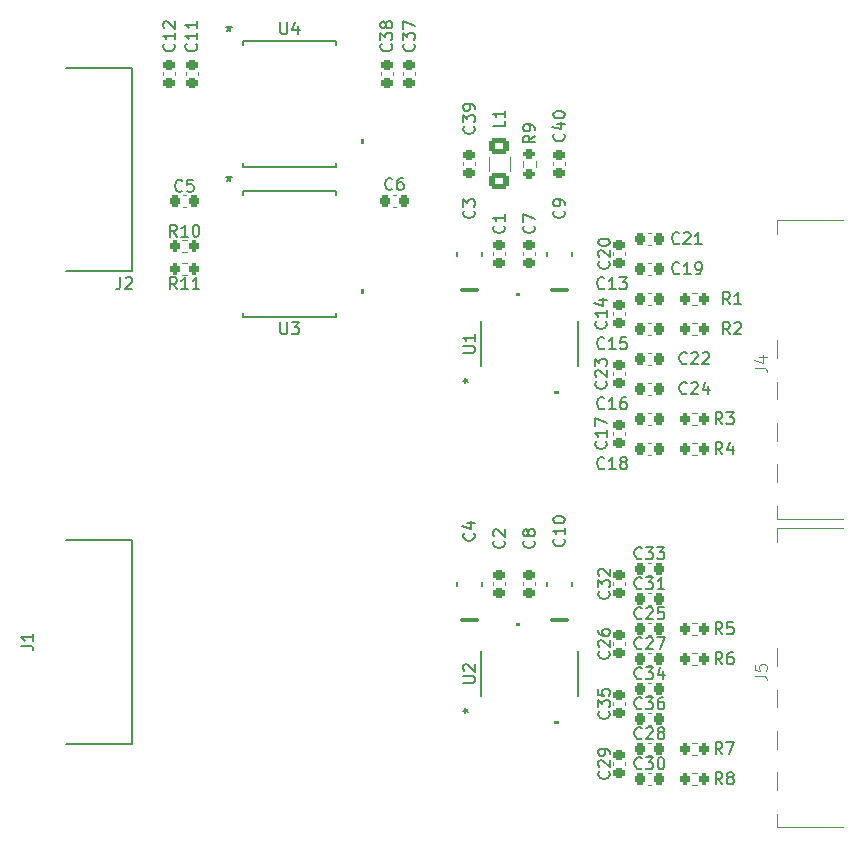
<source format=gbr>
%TF.GenerationSoftware,KiCad,Pcbnew,8.0.7-8.0.7-0~ubuntu24.04.1*%
%TF.CreationDate,2025-01-21T09:02:30+03:00*%
%TF.ProjectId,PM-AI4-W,504d2d41-4934-42d5-972e-6b696361645f,rev?*%
%TF.SameCoordinates,Original*%
%TF.FileFunction,Legend,Top*%
%TF.FilePolarity,Positive*%
%FSLAX46Y46*%
G04 Gerber Fmt 4.6, Leading zero omitted, Abs format (unit mm)*
G04 Created by KiCad (PCBNEW 8.0.7-8.0.7-0~ubuntu24.04.1) date 2025-01-21 09:02:30*
%MOMM*%
%LPD*%
G01*
G04 APERTURE LIST*
G04 Aperture macros list*
%AMRoundRect*
0 Rectangle with rounded corners*
0 $1 Rounding radius*
0 $2 $3 $4 $5 $6 $7 $8 $9 X,Y pos of 4 corners*
0 Add a 4 corners polygon primitive as box body*
4,1,4,$2,$3,$4,$5,$6,$7,$8,$9,$2,$3,0*
0 Add four circle primitives for the rounded corners*
1,1,$1+$1,$2,$3*
1,1,$1+$1,$4,$5*
1,1,$1+$1,$6,$7*
1,1,$1+$1,$8,$9*
0 Add four rect primitives between the rounded corners*
20,1,$1+$1,$2,$3,$4,$5,0*
20,1,$1+$1,$4,$5,$6,$7,0*
20,1,$1+$1,$6,$7,$8,$9,0*
20,1,$1+$1,$8,$9,$2,$3,0*%
G04 Aperture macros list end*
%ADD10C,0.150000*%
%ADD11C,0.100000*%
%ADD12C,0.120000*%
%ADD13C,0.152400*%
%ADD14C,0.300000*%
%ADD15C,0.000000*%
%ADD16RoundRect,0.225000X-0.225000X-0.250000X0.225000X-0.250000X0.225000X0.250000X-0.225000X0.250000X0*%
%ADD17RoundRect,0.200000X-0.200000X-0.275000X0.200000X-0.275000X0.200000X0.275000X-0.200000X0.275000X0*%
%ADD18R,1.397000X1.738275*%
%ADD19RoundRect,0.225000X0.250000X-0.225000X0.250000X0.225000X-0.250000X0.225000X-0.250000X-0.225000X0*%
%ADD20R,0.355600X1.778000*%
%ADD21RoundRect,0.225000X0.225000X0.250000X-0.225000X0.250000X-0.225000X-0.250000X0.225000X-0.250000X0*%
%ADD22RoundRect,0.225000X-0.250000X0.225000X-0.250000X-0.225000X0.250000X-0.225000X0.250000X0.225000X0*%
%ADD23C,2.000000*%
%ADD24RoundRect,0.200000X0.275000X-0.200000X0.275000X0.200000X-0.275000X0.200000X-0.275000X-0.200000X0*%
%ADD25R,1.803400X0.635000*%
%ADD26R,2.997200X2.590800*%
%ADD27RoundRect,0.250001X0.624999X-0.462499X0.624999X0.462499X-0.624999X0.462499X-0.624999X-0.462499X0*%
%ADD28R,1.854200X0.482600*%
G04 APERTURE END LIST*
D10*
X6977142Y-2899580D02*
X6929523Y-2947200D01*
X6929523Y-2947200D02*
X6786666Y-2994819D01*
X6786666Y-2994819D02*
X6691428Y-2994819D01*
X6691428Y-2994819D02*
X6548571Y-2947200D01*
X6548571Y-2947200D02*
X6453333Y-2851961D01*
X6453333Y-2851961D02*
X6405714Y-2756723D01*
X6405714Y-2756723D02*
X6358095Y-2566247D01*
X6358095Y-2566247D02*
X6358095Y-2423390D01*
X6358095Y-2423390D02*
X6405714Y-2232914D01*
X6405714Y-2232914D02*
X6453333Y-2137676D01*
X6453333Y-2137676D02*
X6548571Y-2042438D01*
X6548571Y-2042438D02*
X6691428Y-1994819D01*
X6691428Y-1994819D02*
X6786666Y-1994819D01*
X6786666Y-1994819D02*
X6929523Y-2042438D01*
X6929523Y-2042438D02*
X6977142Y-2090057D01*
X7310476Y-1994819D02*
X7929523Y-1994819D01*
X7929523Y-1994819D02*
X7596190Y-2375771D01*
X7596190Y-2375771D02*
X7739047Y-2375771D01*
X7739047Y-2375771D02*
X7834285Y-2423390D01*
X7834285Y-2423390D02*
X7881904Y-2471009D01*
X7881904Y-2471009D02*
X7929523Y-2566247D01*
X7929523Y-2566247D02*
X7929523Y-2804342D01*
X7929523Y-2804342D02*
X7881904Y-2899580D01*
X7881904Y-2899580D02*
X7834285Y-2947200D01*
X7834285Y-2947200D02*
X7739047Y-2994819D01*
X7739047Y-2994819D02*
X7453333Y-2994819D01*
X7453333Y-2994819D02*
X7358095Y-2947200D01*
X7358095Y-2947200D02*
X7310476Y-2899580D01*
X8262857Y-1994819D02*
X8881904Y-1994819D01*
X8881904Y-1994819D02*
X8548571Y-2375771D01*
X8548571Y-2375771D02*
X8691428Y-2375771D01*
X8691428Y-2375771D02*
X8786666Y-2423390D01*
X8786666Y-2423390D02*
X8834285Y-2471009D01*
X8834285Y-2471009D02*
X8881904Y-2566247D01*
X8881904Y-2566247D02*
X8881904Y-2804342D01*
X8881904Y-2804342D02*
X8834285Y-2899580D01*
X8834285Y-2899580D02*
X8786666Y-2947200D01*
X8786666Y-2947200D02*
X8691428Y-2994819D01*
X8691428Y-2994819D02*
X8405714Y-2994819D01*
X8405714Y-2994819D02*
X8310476Y-2947200D01*
X8310476Y-2947200D02*
X8262857Y-2899580D01*
X13803333Y5895181D02*
X13470000Y6371372D01*
X13231905Y5895181D02*
X13231905Y6895181D01*
X13231905Y6895181D02*
X13612857Y6895181D01*
X13612857Y6895181D02*
X13708095Y6847562D01*
X13708095Y6847562D02*
X13755714Y6799943D01*
X13755714Y6799943D02*
X13803333Y6704705D01*
X13803333Y6704705D02*
X13803333Y6561848D01*
X13803333Y6561848D02*
X13755714Y6466610D01*
X13755714Y6466610D02*
X13708095Y6418991D01*
X13708095Y6418991D02*
X13612857Y6371372D01*
X13612857Y6371372D02*
X13231905Y6371372D01*
X14660476Y6561848D02*
X14660476Y5895181D01*
X14422381Y6942800D02*
X14184286Y6228515D01*
X14184286Y6228515D02*
X14803333Y6228515D01*
X359580Y-1277857D02*
X407200Y-1325476D01*
X407200Y-1325476D02*
X454819Y-1468333D01*
X454819Y-1468333D02*
X454819Y-1563571D01*
X454819Y-1563571D02*
X407200Y-1706428D01*
X407200Y-1706428D02*
X311961Y-1801666D01*
X311961Y-1801666D02*
X216723Y-1849285D01*
X216723Y-1849285D02*
X26247Y-1896904D01*
X26247Y-1896904D02*
X-116610Y-1896904D01*
X-116610Y-1896904D02*
X-307086Y-1849285D01*
X-307086Y-1849285D02*
X-402324Y-1801666D01*
X-402324Y-1801666D02*
X-497562Y-1706428D01*
X-497562Y-1706428D02*
X-545181Y-1563571D01*
X-545181Y-1563571D02*
X-545181Y-1468333D01*
X-545181Y-1468333D02*
X-497562Y-1325476D01*
X-497562Y-1325476D02*
X-449943Y-1277857D01*
X454819Y-325476D02*
X454819Y-896904D01*
X454819Y-611190D02*
X-545181Y-611190D01*
X-545181Y-611190D02*
X-402324Y-706428D01*
X-402324Y-706428D02*
X-307086Y-801666D01*
X-307086Y-801666D02*
X-259467Y-896904D01*
X-545181Y293572D02*
X-545181Y388810D01*
X-545181Y388810D02*
X-497562Y484048D01*
X-497562Y484048D02*
X-449943Y531667D01*
X-449943Y531667D02*
X-354705Y579286D01*
X-354705Y579286D02*
X-164229Y626905D01*
X-164229Y626905D02*
X73866Y626905D01*
X73866Y626905D02*
X264342Y579286D01*
X264342Y579286D02*
X359580Y531667D01*
X359580Y531667D02*
X407200Y484048D01*
X407200Y484048D02*
X454819Y388810D01*
X454819Y388810D02*
X454819Y293572D01*
X454819Y293572D02*
X407200Y198334D01*
X407200Y198334D02*
X359580Y150715D01*
X359580Y150715D02*
X264342Y103096D01*
X264342Y103096D02*
X73866Y55477D01*
X73866Y55477D02*
X-164229Y55477D01*
X-164229Y55477D02*
X-354705Y103096D01*
X-354705Y103096D02*
X-449943Y150715D01*
X-449943Y150715D02*
X-497562Y198334D01*
X-497562Y198334D02*
X-545181Y293572D01*
X-30755420Y40632143D02*
X-30707800Y40584524D01*
X-30707800Y40584524D02*
X-30660181Y40441667D01*
X-30660181Y40441667D02*
X-30660181Y40346429D01*
X-30660181Y40346429D02*
X-30707800Y40203572D01*
X-30707800Y40203572D02*
X-30803039Y40108334D01*
X-30803039Y40108334D02*
X-30898277Y40060715D01*
X-30898277Y40060715D02*
X-31088753Y40013096D01*
X-31088753Y40013096D02*
X-31231610Y40013096D01*
X-31231610Y40013096D02*
X-31422086Y40060715D01*
X-31422086Y40060715D02*
X-31517324Y40108334D01*
X-31517324Y40108334D02*
X-31612562Y40203572D01*
X-31612562Y40203572D02*
X-31660181Y40346429D01*
X-31660181Y40346429D02*
X-31660181Y40441667D01*
X-31660181Y40441667D02*
X-31612562Y40584524D01*
X-31612562Y40584524D02*
X-31564943Y40632143D01*
X-30660181Y41584524D02*
X-30660181Y41013096D01*
X-30660181Y41298810D02*
X-31660181Y41298810D01*
X-31660181Y41298810D02*
X-31517324Y41203572D01*
X-31517324Y41203572D02*
X-31422086Y41108334D01*
X-31422086Y41108334D02*
X-31374467Y41013096D01*
X-30660181Y42536905D02*
X-30660181Y41965477D01*
X-30660181Y42251191D02*
X-31660181Y42251191D01*
X-31660181Y42251191D02*
X-31517324Y42155953D01*
X-31517324Y42155953D02*
X-31422086Y42060715D01*
X-31422086Y42060715D02*
X-31374467Y41965477D01*
X13803333Y-22044819D02*
X13470000Y-21568628D01*
X13231905Y-22044819D02*
X13231905Y-21044819D01*
X13231905Y-21044819D02*
X13612857Y-21044819D01*
X13612857Y-21044819D02*
X13708095Y-21092438D01*
X13708095Y-21092438D02*
X13755714Y-21140057D01*
X13755714Y-21140057D02*
X13803333Y-21235295D01*
X13803333Y-21235295D02*
X13803333Y-21378152D01*
X13803333Y-21378152D02*
X13755714Y-21473390D01*
X13755714Y-21473390D02*
X13708095Y-21521009D01*
X13708095Y-21521009D02*
X13612857Y-21568628D01*
X13612857Y-21568628D02*
X13231905Y-21568628D01*
X14374762Y-21473390D02*
X14279524Y-21425771D01*
X14279524Y-21425771D02*
X14231905Y-21378152D01*
X14231905Y-21378152D02*
X14184286Y-21282914D01*
X14184286Y-21282914D02*
X14184286Y-21235295D01*
X14184286Y-21235295D02*
X14231905Y-21140057D01*
X14231905Y-21140057D02*
X14279524Y-21092438D01*
X14279524Y-21092438D02*
X14374762Y-21044819D01*
X14374762Y-21044819D02*
X14565238Y-21044819D01*
X14565238Y-21044819D02*
X14660476Y-21092438D01*
X14660476Y-21092438D02*
X14708095Y-21140057D01*
X14708095Y-21140057D02*
X14755714Y-21235295D01*
X14755714Y-21235295D02*
X14755714Y-21282914D01*
X14755714Y-21282914D02*
X14708095Y-21378152D01*
X14708095Y-21378152D02*
X14660476Y-21425771D01*
X14660476Y-21425771D02*
X14565238Y-21473390D01*
X14565238Y-21473390D02*
X14374762Y-21473390D01*
X14374762Y-21473390D02*
X14279524Y-21521009D01*
X14279524Y-21521009D02*
X14231905Y-21568628D01*
X14231905Y-21568628D02*
X14184286Y-21663866D01*
X14184286Y-21663866D02*
X14184286Y-21854342D01*
X14184286Y-21854342D02*
X14231905Y-21949580D01*
X14231905Y-21949580D02*
X14279524Y-21997200D01*
X14279524Y-21997200D02*
X14374762Y-22044819D01*
X14374762Y-22044819D02*
X14565238Y-22044819D01*
X14565238Y-22044819D02*
X14660476Y-21997200D01*
X14660476Y-21997200D02*
X14708095Y-21949580D01*
X14708095Y-21949580D02*
X14755714Y-21854342D01*
X14755714Y-21854342D02*
X14755714Y-21663866D01*
X14755714Y-21663866D02*
X14708095Y-21568628D01*
X14708095Y-21568628D02*
X14660476Y-21521009D01*
X14660476Y-21521009D02*
X14565238Y-21473390D01*
X6977142Y-15599580D02*
X6929523Y-15647200D01*
X6929523Y-15647200D02*
X6786666Y-15694819D01*
X6786666Y-15694819D02*
X6691428Y-15694819D01*
X6691428Y-15694819D02*
X6548571Y-15647200D01*
X6548571Y-15647200D02*
X6453333Y-15551961D01*
X6453333Y-15551961D02*
X6405714Y-15456723D01*
X6405714Y-15456723D02*
X6358095Y-15266247D01*
X6358095Y-15266247D02*
X6358095Y-15123390D01*
X6358095Y-15123390D02*
X6405714Y-14932914D01*
X6405714Y-14932914D02*
X6453333Y-14837676D01*
X6453333Y-14837676D02*
X6548571Y-14742438D01*
X6548571Y-14742438D02*
X6691428Y-14694819D01*
X6691428Y-14694819D02*
X6786666Y-14694819D01*
X6786666Y-14694819D02*
X6929523Y-14742438D01*
X6929523Y-14742438D02*
X6977142Y-14790057D01*
X7310476Y-14694819D02*
X7929523Y-14694819D01*
X7929523Y-14694819D02*
X7596190Y-15075771D01*
X7596190Y-15075771D02*
X7739047Y-15075771D01*
X7739047Y-15075771D02*
X7834285Y-15123390D01*
X7834285Y-15123390D02*
X7881904Y-15171009D01*
X7881904Y-15171009D02*
X7929523Y-15266247D01*
X7929523Y-15266247D02*
X7929523Y-15504342D01*
X7929523Y-15504342D02*
X7881904Y-15599580D01*
X7881904Y-15599580D02*
X7834285Y-15647200D01*
X7834285Y-15647200D02*
X7739047Y-15694819D01*
X7739047Y-15694819D02*
X7453333Y-15694819D01*
X7453333Y-15694819D02*
X7358095Y-15647200D01*
X7358095Y-15647200D02*
X7310476Y-15599580D01*
X8786666Y-14694819D02*
X8596190Y-14694819D01*
X8596190Y-14694819D02*
X8500952Y-14742438D01*
X8500952Y-14742438D02*
X8453333Y-14790057D01*
X8453333Y-14790057D02*
X8358095Y-14932914D01*
X8358095Y-14932914D02*
X8310476Y-15123390D01*
X8310476Y-15123390D02*
X8310476Y-15504342D01*
X8310476Y-15504342D02*
X8358095Y-15599580D01*
X8358095Y-15599580D02*
X8405714Y-15647200D01*
X8405714Y-15647200D02*
X8500952Y-15694819D01*
X8500952Y-15694819D02*
X8691428Y-15694819D01*
X8691428Y-15694819D02*
X8786666Y-15647200D01*
X8786666Y-15647200D02*
X8834285Y-15599580D01*
X8834285Y-15599580D02*
X8881904Y-15504342D01*
X8881904Y-15504342D02*
X8881904Y-15266247D01*
X8881904Y-15266247D02*
X8834285Y-15171009D01*
X8834285Y-15171009D02*
X8786666Y-15123390D01*
X8786666Y-15123390D02*
X8691428Y-15075771D01*
X8691428Y-15075771D02*
X8500952Y-15075771D01*
X8500952Y-15075771D02*
X8405714Y-15123390D01*
X8405714Y-15123390D02*
X8358095Y-15171009D01*
X8358095Y-15171009D02*
X8310476Y-15266247D01*
X-8165181Y-13461904D02*
X-7355658Y-13461904D01*
X-7355658Y-13461904D02*
X-7260420Y-13414285D01*
X-7260420Y-13414285D02*
X-7212800Y-13366666D01*
X-7212800Y-13366666D02*
X-7165181Y-13271428D01*
X-7165181Y-13271428D02*
X-7165181Y-13080952D01*
X-7165181Y-13080952D02*
X-7212800Y-12985714D01*
X-7212800Y-12985714D02*
X-7260420Y-12938095D01*
X-7260420Y-12938095D02*
X-7355658Y-12890476D01*
X-7355658Y-12890476D02*
X-8165181Y-12890476D01*
X-8069943Y-12461904D02*
X-8117562Y-12414285D01*
X-8117562Y-12414285D02*
X-8165181Y-12319047D01*
X-8165181Y-12319047D02*
X-8165181Y-12080952D01*
X-8165181Y-12080952D02*
X-8117562Y-11985714D01*
X-8117562Y-11985714D02*
X-8069943Y-11938095D01*
X-8069943Y-11938095D02*
X-7974705Y-11890476D01*
X-7974705Y-11890476D02*
X-7879467Y-11890476D01*
X-7879467Y-11890476D02*
X-7736610Y-11938095D01*
X-7736610Y-11938095D02*
X-7165181Y-12509523D01*
X-7165181Y-12509523D02*
X-7165181Y-11890476D01*
X-8158781Y-15824199D02*
X-7920686Y-15824199D01*
X-8015924Y-16062294D02*
X-7920686Y-15824199D01*
X-7920686Y-15824199D02*
X-8015924Y-15586104D01*
X-7730210Y-15967056D02*
X-7920686Y-15824199D01*
X-7920686Y-15824199D02*
X-7730210Y-15681342D01*
X3802142Y14880420D02*
X3754523Y14832800D01*
X3754523Y14832800D02*
X3611666Y14785181D01*
X3611666Y14785181D02*
X3516428Y14785181D01*
X3516428Y14785181D02*
X3373571Y14832800D01*
X3373571Y14832800D02*
X3278333Y14928039D01*
X3278333Y14928039D02*
X3230714Y15023277D01*
X3230714Y15023277D02*
X3183095Y15213753D01*
X3183095Y15213753D02*
X3183095Y15356610D01*
X3183095Y15356610D02*
X3230714Y15547086D01*
X3230714Y15547086D02*
X3278333Y15642324D01*
X3278333Y15642324D02*
X3373571Y15737562D01*
X3373571Y15737562D02*
X3516428Y15785181D01*
X3516428Y15785181D02*
X3611666Y15785181D01*
X3611666Y15785181D02*
X3754523Y15737562D01*
X3754523Y15737562D02*
X3802142Y15689943D01*
X4754523Y14785181D02*
X4183095Y14785181D01*
X4468809Y14785181D02*
X4468809Y15785181D01*
X4468809Y15785181D02*
X4373571Y15642324D01*
X4373571Y15642324D02*
X4278333Y15547086D01*
X4278333Y15547086D02*
X4183095Y15499467D01*
X5659285Y15785181D02*
X5183095Y15785181D01*
X5183095Y15785181D02*
X5135476Y15308991D01*
X5135476Y15308991D02*
X5183095Y15356610D01*
X5183095Y15356610D02*
X5278333Y15404229D01*
X5278333Y15404229D02*
X5516428Y15404229D01*
X5516428Y15404229D02*
X5611666Y15356610D01*
X5611666Y15356610D02*
X5659285Y15308991D01*
X5659285Y15308991D02*
X5706904Y15213753D01*
X5706904Y15213753D02*
X5706904Y14975658D01*
X5706904Y14975658D02*
X5659285Y14880420D01*
X5659285Y14880420D02*
X5611666Y14832800D01*
X5611666Y14832800D02*
X5516428Y14785181D01*
X5516428Y14785181D02*
X5278333Y14785181D01*
X5278333Y14785181D02*
X5183095Y14832800D01*
X5183095Y14832800D02*
X5135476Y14880420D01*
X3802142Y19960420D02*
X3754523Y19912800D01*
X3754523Y19912800D02*
X3611666Y19865181D01*
X3611666Y19865181D02*
X3516428Y19865181D01*
X3516428Y19865181D02*
X3373571Y19912800D01*
X3373571Y19912800D02*
X3278333Y20008039D01*
X3278333Y20008039D02*
X3230714Y20103277D01*
X3230714Y20103277D02*
X3183095Y20293753D01*
X3183095Y20293753D02*
X3183095Y20436610D01*
X3183095Y20436610D02*
X3230714Y20627086D01*
X3230714Y20627086D02*
X3278333Y20722324D01*
X3278333Y20722324D02*
X3373571Y20817562D01*
X3373571Y20817562D02*
X3516428Y20865181D01*
X3516428Y20865181D02*
X3611666Y20865181D01*
X3611666Y20865181D02*
X3754523Y20817562D01*
X3754523Y20817562D02*
X3802142Y20769943D01*
X4754523Y19865181D02*
X4183095Y19865181D01*
X4468809Y19865181D02*
X4468809Y20865181D01*
X4468809Y20865181D02*
X4373571Y20722324D01*
X4373571Y20722324D02*
X4278333Y20627086D01*
X4278333Y20627086D02*
X4183095Y20579467D01*
X5087857Y20865181D02*
X5706904Y20865181D01*
X5706904Y20865181D02*
X5373571Y20484229D01*
X5373571Y20484229D02*
X5516428Y20484229D01*
X5516428Y20484229D02*
X5611666Y20436610D01*
X5611666Y20436610D02*
X5659285Y20388991D01*
X5659285Y20388991D02*
X5706904Y20293753D01*
X5706904Y20293753D02*
X5706904Y20055658D01*
X5706904Y20055658D02*
X5659285Y19960420D01*
X5659285Y19960420D02*
X5611666Y19912800D01*
X5611666Y19912800D02*
X5516428Y19865181D01*
X5516428Y19865181D02*
X5230714Y19865181D01*
X5230714Y19865181D02*
X5135476Y19912800D01*
X5135476Y19912800D02*
X5087857Y19960420D01*
X359580Y33012143D02*
X407200Y32964524D01*
X407200Y32964524D02*
X454819Y32821667D01*
X454819Y32821667D02*
X454819Y32726429D01*
X454819Y32726429D02*
X407200Y32583572D01*
X407200Y32583572D02*
X311961Y32488334D01*
X311961Y32488334D02*
X216723Y32440715D01*
X216723Y32440715D02*
X26247Y32393096D01*
X26247Y32393096D02*
X-116610Y32393096D01*
X-116610Y32393096D02*
X-307086Y32440715D01*
X-307086Y32440715D02*
X-402324Y32488334D01*
X-402324Y32488334D02*
X-497562Y32583572D01*
X-497562Y32583572D02*
X-545181Y32726429D01*
X-545181Y32726429D02*
X-545181Y32821667D01*
X-545181Y32821667D02*
X-497562Y32964524D01*
X-497562Y32964524D02*
X-449943Y33012143D01*
X-211848Y33869286D02*
X454819Y33869286D01*
X-592800Y33631191D02*
X121485Y33393096D01*
X121485Y33393096D02*
X121485Y34012143D01*
X-545181Y34583572D02*
X-545181Y34678810D01*
X-545181Y34678810D02*
X-497562Y34774048D01*
X-497562Y34774048D02*
X-449943Y34821667D01*
X-449943Y34821667D02*
X-354705Y34869286D01*
X-354705Y34869286D02*
X-164229Y34916905D01*
X-164229Y34916905D02*
X73866Y34916905D01*
X73866Y34916905D02*
X264342Y34869286D01*
X264342Y34869286D02*
X359580Y34821667D01*
X359580Y34821667D02*
X407200Y34774048D01*
X407200Y34774048D02*
X454819Y34678810D01*
X454819Y34678810D02*
X454819Y34583572D01*
X454819Y34583572D02*
X407200Y34488334D01*
X407200Y34488334D02*
X359580Y34440715D01*
X359580Y34440715D02*
X264342Y34393096D01*
X264342Y34393096D02*
X73866Y34345477D01*
X73866Y34345477D02*
X-164229Y34345477D01*
X-164229Y34345477D02*
X-354705Y34393096D01*
X-354705Y34393096D02*
X-449943Y34440715D01*
X-449943Y34440715D02*
X-497562Y34488334D01*
X-497562Y34488334D02*
X-545181Y34583572D01*
X-7260420Y-801666D02*
X-7212800Y-849285D01*
X-7212800Y-849285D02*
X-7165181Y-992142D01*
X-7165181Y-992142D02*
X-7165181Y-1087380D01*
X-7165181Y-1087380D02*
X-7212800Y-1230237D01*
X-7212800Y-1230237D02*
X-7308039Y-1325475D01*
X-7308039Y-1325475D02*
X-7403277Y-1373094D01*
X-7403277Y-1373094D02*
X-7593753Y-1420713D01*
X-7593753Y-1420713D02*
X-7736610Y-1420713D01*
X-7736610Y-1420713D02*
X-7927086Y-1373094D01*
X-7927086Y-1373094D02*
X-8022324Y-1325475D01*
X-8022324Y-1325475D02*
X-8117562Y-1230237D01*
X-8117562Y-1230237D02*
X-8165181Y-1087380D01*
X-8165181Y-1087380D02*
X-8165181Y-992142D01*
X-8165181Y-992142D02*
X-8117562Y-849285D01*
X-8117562Y-849285D02*
X-8069943Y-801666D01*
X-7831848Y55477D02*
X-7165181Y55477D01*
X-8212800Y-182618D02*
X-7498515Y-420713D01*
X-7498515Y-420713D02*
X-7498515Y198334D01*
X6977142Y-13059580D02*
X6929523Y-13107200D01*
X6929523Y-13107200D02*
X6786666Y-13154819D01*
X6786666Y-13154819D02*
X6691428Y-13154819D01*
X6691428Y-13154819D02*
X6548571Y-13107200D01*
X6548571Y-13107200D02*
X6453333Y-13011961D01*
X6453333Y-13011961D02*
X6405714Y-12916723D01*
X6405714Y-12916723D02*
X6358095Y-12726247D01*
X6358095Y-12726247D02*
X6358095Y-12583390D01*
X6358095Y-12583390D02*
X6405714Y-12392914D01*
X6405714Y-12392914D02*
X6453333Y-12297676D01*
X6453333Y-12297676D02*
X6548571Y-12202438D01*
X6548571Y-12202438D02*
X6691428Y-12154819D01*
X6691428Y-12154819D02*
X6786666Y-12154819D01*
X6786666Y-12154819D02*
X6929523Y-12202438D01*
X6929523Y-12202438D02*
X6977142Y-12250057D01*
X7310476Y-12154819D02*
X7929523Y-12154819D01*
X7929523Y-12154819D02*
X7596190Y-12535771D01*
X7596190Y-12535771D02*
X7739047Y-12535771D01*
X7739047Y-12535771D02*
X7834285Y-12583390D01*
X7834285Y-12583390D02*
X7881904Y-12631009D01*
X7881904Y-12631009D02*
X7929523Y-12726247D01*
X7929523Y-12726247D02*
X7929523Y-12964342D01*
X7929523Y-12964342D02*
X7881904Y-13059580D01*
X7881904Y-13059580D02*
X7834285Y-13107200D01*
X7834285Y-13107200D02*
X7739047Y-13154819D01*
X7739047Y-13154819D02*
X7453333Y-13154819D01*
X7453333Y-13154819D02*
X7358095Y-13107200D01*
X7358095Y-13107200D02*
X7310476Y-13059580D01*
X8786666Y-12488152D02*
X8786666Y-13154819D01*
X8548571Y-12107200D02*
X8310476Y-12821485D01*
X8310476Y-12821485D02*
X8929523Y-12821485D01*
X4169580Y-20962857D02*
X4217200Y-21010476D01*
X4217200Y-21010476D02*
X4264819Y-21153333D01*
X4264819Y-21153333D02*
X4264819Y-21248571D01*
X4264819Y-21248571D02*
X4217200Y-21391428D01*
X4217200Y-21391428D02*
X4121961Y-21486666D01*
X4121961Y-21486666D02*
X4026723Y-21534285D01*
X4026723Y-21534285D02*
X3836247Y-21581904D01*
X3836247Y-21581904D02*
X3693390Y-21581904D01*
X3693390Y-21581904D02*
X3502914Y-21534285D01*
X3502914Y-21534285D02*
X3407676Y-21486666D01*
X3407676Y-21486666D02*
X3312438Y-21391428D01*
X3312438Y-21391428D02*
X3264819Y-21248571D01*
X3264819Y-21248571D02*
X3264819Y-21153333D01*
X3264819Y-21153333D02*
X3312438Y-21010476D01*
X3312438Y-21010476D02*
X3360057Y-20962857D01*
X3360057Y-20581904D02*
X3312438Y-20534285D01*
X3312438Y-20534285D02*
X3264819Y-20439047D01*
X3264819Y-20439047D02*
X3264819Y-20200952D01*
X3264819Y-20200952D02*
X3312438Y-20105714D01*
X3312438Y-20105714D02*
X3360057Y-20058095D01*
X3360057Y-20058095D02*
X3455295Y-20010476D01*
X3455295Y-20010476D02*
X3550533Y-20010476D01*
X3550533Y-20010476D02*
X3693390Y-20058095D01*
X3693390Y-20058095D02*
X4264819Y-20629523D01*
X4264819Y-20629523D02*
X4264819Y-20010476D01*
X4264819Y-19534285D02*
X4264819Y-19343809D01*
X4264819Y-19343809D02*
X4217200Y-19248571D01*
X4217200Y-19248571D02*
X4169580Y-19200952D01*
X4169580Y-19200952D02*
X4026723Y-19105714D01*
X4026723Y-19105714D02*
X3836247Y-19058095D01*
X3836247Y-19058095D02*
X3455295Y-19058095D01*
X3455295Y-19058095D02*
X3360057Y-19105714D01*
X3360057Y-19105714D02*
X3312438Y-19153333D01*
X3312438Y-19153333D02*
X3264819Y-19248571D01*
X3264819Y-19248571D02*
X3264819Y-19439047D01*
X3264819Y-19439047D02*
X3312438Y-19534285D01*
X3312438Y-19534285D02*
X3360057Y-19581904D01*
X3360057Y-19581904D02*
X3455295Y-19629523D01*
X3455295Y-19629523D02*
X3693390Y-19629523D01*
X3693390Y-19629523D02*
X3788628Y-19581904D01*
X3788628Y-19581904D02*
X3836247Y-19534285D01*
X3836247Y-19534285D02*
X3883866Y-19439047D01*
X3883866Y-19439047D02*
X3883866Y-19248571D01*
X3883866Y-19248571D02*
X3836247Y-19153333D01*
X3836247Y-19153333D02*
X3788628Y-19105714D01*
X3788628Y-19105714D02*
X3693390Y-19058095D01*
D11*
X16547419Y13206667D02*
X17261704Y13206667D01*
X17261704Y13206667D02*
X17404561Y13159048D01*
X17404561Y13159048D02*
X17499800Y13063810D01*
X17499800Y13063810D02*
X17547419Y12920953D01*
X17547419Y12920953D02*
X17547419Y12825715D01*
X16880752Y14111429D02*
X17547419Y14111429D01*
X16499800Y13873334D02*
X17214085Y13635239D01*
X17214085Y13635239D02*
X17214085Y14254286D01*
D10*
X3915580Y17137143D02*
X3963200Y17089524D01*
X3963200Y17089524D02*
X4010819Y16946667D01*
X4010819Y16946667D02*
X4010819Y16851429D01*
X4010819Y16851429D02*
X3963200Y16708572D01*
X3963200Y16708572D02*
X3867961Y16613334D01*
X3867961Y16613334D02*
X3772723Y16565715D01*
X3772723Y16565715D02*
X3582247Y16518096D01*
X3582247Y16518096D02*
X3439390Y16518096D01*
X3439390Y16518096D02*
X3248914Y16565715D01*
X3248914Y16565715D02*
X3153676Y16613334D01*
X3153676Y16613334D02*
X3058438Y16708572D01*
X3058438Y16708572D02*
X3010819Y16851429D01*
X3010819Y16851429D02*
X3010819Y16946667D01*
X3010819Y16946667D02*
X3058438Y17089524D01*
X3058438Y17089524D02*
X3106057Y17137143D01*
X4010819Y18089524D02*
X4010819Y17518096D01*
X4010819Y17803810D02*
X3010819Y17803810D01*
X3010819Y17803810D02*
X3153676Y17708572D01*
X3153676Y17708572D02*
X3248914Y17613334D01*
X3248914Y17613334D02*
X3296533Y17518096D01*
X3344152Y18946667D02*
X4010819Y18946667D01*
X2963200Y18708572D02*
X3677485Y18470477D01*
X3677485Y18470477D02*
X3677485Y19089524D01*
X10152142Y21230420D02*
X10104523Y21182800D01*
X10104523Y21182800D02*
X9961666Y21135181D01*
X9961666Y21135181D02*
X9866428Y21135181D01*
X9866428Y21135181D02*
X9723571Y21182800D01*
X9723571Y21182800D02*
X9628333Y21278039D01*
X9628333Y21278039D02*
X9580714Y21373277D01*
X9580714Y21373277D02*
X9533095Y21563753D01*
X9533095Y21563753D02*
X9533095Y21706610D01*
X9533095Y21706610D02*
X9580714Y21897086D01*
X9580714Y21897086D02*
X9628333Y21992324D01*
X9628333Y21992324D02*
X9723571Y22087562D01*
X9723571Y22087562D02*
X9866428Y22135181D01*
X9866428Y22135181D02*
X9961666Y22135181D01*
X9961666Y22135181D02*
X10104523Y22087562D01*
X10104523Y22087562D02*
X10152142Y22039943D01*
X11104523Y21135181D02*
X10533095Y21135181D01*
X10818809Y21135181D02*
X10818809Y22135181D01*
X10818809Y22135181D02*
X10723571Y21992324D01*
X10723571Y21992324D02*
X10628333Y21897086D01*
X10628333Y21897086D02*
X10533095Y21849467D01*
X11580714Y21135181D02*
X11771190Y21135181D01*
X11771190Y21135181D02*
X11866428Y21182800D01*
X11866428Y21182800D02*
X11914047Y21230420D01*
X11914047Y21230420D02*
X12009285Y21373277D01*
X12009285Y21373277D02*
X12056904Y21563753D01*
X12056904Y21563753D02*
X12056904Y21944705D01*
X12056904Y21944705D02*
X12009285Y22039943D01*
X12009285Y22039943D02*
X11961666Y22087562D01*
X11961666Y22087562D02*
X11866428Y22135181D01*
X11866428Y22135181D02*
X11675952Y22135181D01*
X11675952Y22135181D02*
X11580714Y22087562D01*
X11580714Y22087562D02*
X11533095Y22039943D01*
X11533095Y22039943D02*
X11485476Y21944705D01*
X11485476Y21944705D02*
X11485476Y21706610D01*
X11485476Y21706610D02*
X11533095Y21611372D01*
X11533095Y21611372D02*
X11580714Y21563753D01*
X11580714Y21563753D02*
X11675952Y21516134D01*
X11675952Y21516134D02*
X11866428Y21516134D01*
X11866428Y21516134D02*
X11961666Y21563753D01*
X11961666Y21563753D02*
X12009285Y21611372D01*
X12009285Y21611372D02*
X12056904Y21706610D01*
X3915580Y6977143D02*
X3963200Y6929524D01*
X3963200Y6929524D02*
X4010819Y6786667D01*
X4010819Y6786667D02*
X4010819Y6691429D01*
X4010819Y6691429D02*
X3963200Y6548572D01*
X3963200Y6548572D02*
X3867961Y6453334D01*
X3867961Y6453334D02*
X3772723Y6405715D01*
X3772723Y6405715D02*
X3582247Y6358096D01*
X3582247Y6358096D02*
X3439390Y6358096D01*
X3439390Y6358096D02*
X3248914Y6405715D01*
X3248914Y6405715D02*
X3153676Y6453334D01*
X3153676Y6453334D02*
X3058438Y6548572D01*
X3058438Y6548572D02*
X3010819Y6691429D01*
X3010819Y6691429D02*
X3010819Y6786667D01*
X3010819Y6786667D02*
X3058438Y6929524D01*
X3058438Y6929524D02*
X3106057Y6977143D01*
X4010819Y7929524D02*
X4010819Y7358096D01*
X4010819Y7643810D02*
X3010819Y7643810D01*
X3010819Y7643810D02*
X3153676Y7548572D01*
X3153676Y7548572D02*
X3248914Y7453334D01*
X3248914Y7453334D02*
X3296533Y7358096D01*
X3010819Y8262858D02*
X3010819Y8929524D01*
X3010819Y8929524D02*
X4010819Y8500953D01*
X4169580Y-5722857D02*
X4217200Y-5770476D01*
X4217200Y-5770476D02*
X4264819Y-5913333D01*
X4264819Y-5913333D02*
X4264819Y-6008571D01*
X4264819Y-6008571D02*
X4217200Y-6151428D01*
X4217200Y-6151428D02*
X4121961Y-6246666D01*
X4121961Y-6246666D02*
X4026723Y-6294285D01*
X4026723Y-6294285D02*
X3836247Y-6341904D01*
X3836247Y-6341904D02*
X3693390Y-6341904D01*
X3693390Y-6341904D02*
X3502914Y-6294285D01*
X3502914Y-6294285D02*
X3407676Y-6246666D01*
X3407676Y-6246666D02*
X3312438Y-6151428D01*
X3312438Y-6151428D02*
X3264819Y-6008571D01*
X3264819Y-6008571D02*
X3264819Y-5913333D01*
X3264819Y-5913333D02*
X3312438Y-5770476D01*
X3312438Y-5770476D02*
X3360057Y-5722857D01*
X3264819Y-5389523D02*
X3264819Y-4770476D01*
X3264819Y-4770476D02*
X3645771Y-5103809D01*
X3645771Y-5103809D02*
X3645771Y-4960952D01*
X3645771Y-4960952D02*
X3693390Y-4865714D01*
X3693390Y-4865714D02*
X3741009Y-4818095D01*
X3741009Y-4818095D02*
X3836247Y-4770476D01*
X3836247Y-4770476D02*
X4074342Y-4770476D01*
X4074342Y-4770476D02*
X4169580Y-4818095D01*
X4169580Y-4818095D02*
X4217200Y-4865714D01*
X4217200Y-4865714D02*
X4264819Y-4960952D01*
X4264819Y-4960952D02*
X4264819Y-5246666D01*
X4264819Y-5246666D02*
X4217200Y-5341904D01*
X4217200Y-5341904D02*
X4169580Y-5389523D01*
X3360057Y-4389523D02*
X3312438Y-4341904D01*
X3312438Y-4341904D02*
X3264819Y-4246666D01*
X3264819Y-4246666D02*
X3264819Y-4008571D01*
X3264819Y-4008571D02*
X3312438Y-3913333D01*
X3312438Y-3913333D02*
X3360057Y-3865714D01*
X3360057Y-3865714D02*
X3455295Y-3818095D01*
X3455295Y-3818095D02*
X3550533Y-3818095D01*
X3550533Y-3818095D02*
X3693390Y-3865714D01*
X3693390Y-3865714D02*
X4264819Y-4437142D01*
X4264819Y-4437142D02*
X4264819Y-3818095D01*
X3915580Y12057143D02*
X3963200Y12009524D01*
X3963200Y12009524D02*
X4010819Y11866667D01*
X4010819Y11866667D02*
X4010819Y11771429D01*
X4010819Y11771429D02*
X3963200Y11628572D01*
X3963200Y11628572D02*
X3867961Y11533334D01*
X3867961Y11533334D02*
X3772723Y11485715D01*
X3772723Y11485715D02*
X3582247Y11438096D01*
X3582247Y11438096D02*
X3439390Y11438096D01*
X3439390Y11438096D02*
X3248914Y11485715D01*
X3248914Y11485715D02*
X3153676Y11533334D01*
X3153676Y11533334D02*
X3058438Y11628572D01*
X3058438Y11628572D02*
X3010819Y11771429D01*
X3010819Y11771429D02*
X3010819Y11866667D01*
X3010819Y11866667D02*
X3058438Y12009524D01*
X3058438Y12009524D02*
X3106057Y12057143D01*
X3106057Y12438096D02*
X3058438Y12485715D01*
X3058438Y12485715D02*
X3010819Y12580953D01*
X3010819Y12580953D02*
X3010819Y12819048D01*
X3010819Y12819048D02*
X3058438Y12914286D01*
X3058438Y12914286D02*
X3106057Y12961905D01*
X3106057Y12961905D02*
X3201295Y13009524D01*
X3201295Y13009524D02*
X3296533Y13009524D01*
X3296533Y13009524D02*
X3439390Y12961905D01*
X3439390Y12961905D02*
X4010819Y12390477D01*
X4010819Y12390477D02*
X4010819Y13009524D01*
X3010819Y13342858D02*
X3010819Y13961905D01*
X3010819Y13961905D02*
X3391771Y13628572D01*
X3391771Y13628572D02*
X3391771Y13771429D01*
X3391771Y13771429D02*
X3439390Y13866667D01*
X3439390Y13866667D02*
X3487009Y13914286D01*
X3487009Y13914286D02*
X3582247Y13961905D01*
X3582247Y13961905D02*
X3820342Y13961905D01*
X3820342Y13961905D02*
X3915580Y13914286D01*
X3915580Y13914286D02*
X3963200Y13866667D01*
X3963200Y13866667D02*
X4010819Y13771429D01*
X4010819Y13771429D02*
X4010819Y13485715D01*
X4010819Y13485715D02*
X3963200Y13390477D01*
X3963200Y13390477D02*
X3915580Y13342858D01*
X10152142Y23770420D02*
X10104523Y23722800D01*
X10104523Y23722800D02*
X9961666Y23675181D01*
X9961666Y23675181D02*
X9866428Y23675181D01*
X9866428Y23675181D02*
X9723571Y23722800D01*
X9723571Y23722800D02*
X9628333Y23818039D01*
X9628333Y23818039D02*
X9580714Y23913277D01*
X9580714Y23913277D02*
X9533095Y24103753D01*
X9533095Y24103753D02*
X9533095Y24246610D01*
X9533095Y24246610D02*
X9580714Y24437086D01*
X9580714Y24437086D02*
X9628333Y24532324D01*
X9628333Y24532324D02*
X9723571Y24627562D01*
X9723571Y24627562D02*
X9866428Y24675181D01*
X9866428Y24675181D02*
X9961666Y24675181D01*
X9961666Y24675181D02*
X10104523Y24627562D01*
X10104523Y24627562D02*
X10152142Y24579943D01*
X10533095Y24579943D02*
X10580714Y24627562D01*
X10580714Y24627562D02*
X10675952Y24675181D01*
X10675952Y24675181D02*
X10914047Y24675181D01*
X10914047Y24675181D02*
X11009285Y24627562D01*
X11009285Y24627562D02*
X11056904Y24579943D01*
X11056904Y24579943D02*
X11104523Y24484705D01*
X11104523Y24484705D02*
X11104523Y24389467D01*
X11104523Y24389467D02*
X11056904Y24246610D01*
X11056904Y24246610D02*
X10485476Y23675181D01*
X10485476Y23675181D02*
X11104523Y23675181D01*
X12056904Y23675181D02*
X11485476Y23675181D01*
X11771190Y23675181D02*
X11771190Y24675181D01*
X11771190Y24675181D02*
X11675952Y24532324D01*
X11675952Y24532324D02*
X11580714Y24437086D01*
X11580714Y24437086D02*
X11485476Y24389467D01*
X-2085181Y32853334D02*
X-2561372Y32520001D01*
X-2085181Y32281906D02*
X-3085181Y32281906D01*
X-3085181Y32281906D02*
X-3085181Y32662858D01*
X-3085181Y32662858D02*
X-3037562Y32758096D01*
X-3037562Y32758096D02*
X-2989943Y32805715D01*
X-2989943Y32805715D02*
X-2894705Y32853334D01*
X-2894705Y32853334D02*
X-2751848Y32853334D01*
X-2751848Y32853334D02*
X-2656610Y32805715D01*
X-2656610Y32805715D02*
X-2608991Y32758096D01*
X-2608991Y32758096D02*
X-2561372Y32662858D01*
X-2561372Y32662858D02*
X-2561372Y32281906D01*
X-2085181Y33329525D02*
X-2085181Y33520001D01*
X-2085181Y33520001D02*
X-2132800Y33615239D01*
X-2132800Y33615239D02*
X-2180420Y33662858D01*
X-2180420Y33662858D02*
X-2323277Y33758096D01*
X-2323277Y33758096D02*
X-2513753Y33805715D01*
X-2513753Y33805715D02*
X-2894705Y33805715D01*
X-2894705Y33805715D02*
X-2989943Y33758096D01*
X-2989943Y33758096D02*
X-3037562Y33710477D01*
X-3037562Y33710477D02*
X-3085181Y33615239D01*
X-3085181Y33615239D02*
X-3085181Y33424763D01*
X-3085181Y33424763D02*
X-3037562Y33329525D01*
X-3037562Y33329525D02*
X-2989943Y33281906D01*
X-2989943Y33281906D02*
X-2894705Y33234287D01*
X-2894705Y33234287D02*
X-2656610Y33234287D01*
X-2656610Y33234287D02*
X-2561372Y33281906D01*
X-2561372Y33281906D02*
X-2513753Y33329525D01*
X-2513753Y33329525D02*
X-2466134Y33424763D01*
X-2466134Y33424763D02*
X-2466134Y33615239D01*
X-2466134Y33615239D02*
X-2513753Y33710477D01*
X-2513753Y33710477D02*
X-2561372Y33758096D01*
X-2561372Y33758096D02*
X-2656610Y33805715D01*
X6977142Y-7979580D02*
X6929523Y-8027200D01*
X6929523Y-8027200D02*
X6786666Y-8074819D01*
X6786666Y-8074819D02*
X6691428Y-8074819D01*
X6691428Y-8074819D02*
X6548571Y-8027200D01*
X6548571Y-8027200D02*
X6453333Y-7931961D01*
X6453333Y-7931961D02*
X6405714Y-7836723D01*
X6405714Y-7836723D02*
X6358095Y-7646247D01*
X6358095Y-7646247D02*
X6358095Y-7503390D01*
X6358095Y-7503390D02*
X6405714Y-7312914D01*
X6405714Y-7312914D02*
X6453333Y-7217676D01*
X6453333Y-7217676D02*
X6548571Y-7122438D01*
X6548571Y-7122438D02*
X6691428Y-7074819D01*
X6691428Y-7074819D02*
X6786666Y-7074819D01*
X6786666Y-7074819D02*
X6929523Y-7122438D01*
X6929523Y-7122438D02*
X6977142Y-7170057D01*
X7358095Y-7170057D02*
X7405714Y-7122438D01*
X7405714Y-7122438D02*
X7500952Y-7074819D01*
X7500952Y-7074819D02*
X7739047Y-7074819D01*
X7739047Y-7074819D02*
X7834285Y-7122438D01*
X7834285Y-7122438D02*
X7881904Y-7170057D01*
X7881904Y-7170057D02*
X7929523Y-7265295D01*
X7929523Y-7265295D02*
X7929523Y-7360533D01*
X7929523Y-7360533D02*
X7881904Y-7503390D01*
X7881904Y-7503390D02*
X7310476Y-8074819D01*
X7310476Y-8074819D02*
X7929523Y-8074819D01*
X8834285Y-7074819D02*
X8358095Y-7074819D01*
X8358095Y-7074819D02*
X8310476Y-7551009D01*
X8310476Y-7551009D02*
X8358095Y-7503390D01*
X8358095Y-7503390D02*
X8453333Y-7455771D01*
X8453333Y-7455771D02*
X8691428Y-7455771D01*
X8691428Y-7455771D02*
X8786666Y-7503390D01*
X8786666Y-7503390D02*
X8834285Y-7551009D01*
X8834285Y-7551009D02*
X8881904Y-7646247D01*
X8881904Y-7646247D02*
X8881904Y-7884342D01*
X8881904Y-7884342D02*
X8834285Y-7979580D01*
X8834285Y-7979580D02*
X8786666Y-8027200D01*
X8786666Y-8027200D02*
X8691428Y-8074819D01*
X8691428Y-8074819D02*
X8453333Y-8074819D01*
X8453333Y-8074819D02*
X8358095Y-8027200D01*
X8358095Y-8027200D02*
X8310476Y-7979580D01*
X14438333Y18595181D02*
X14105000Y19071372D01*
X13866905Y18595181D02*
X13866905Y19595181D01*
X13866905Y19595181D02*
X14247857Y19595181D01*
X14247857Y19595181D02*
X14343095Y19547562D01*
X14343095Y19547562D02*
X14390714Y19499943D01*
X14390714Y19499943D02*
X14438333Y19404705D01*
X14438333Y19404705D02*
X14438333Y19261848D01*
X14438333Y19261848D02*
X14390714Y19166610D01*
X14390714Y19166610D02*
X14343095Y19118991D01*
X14343095Y19118991D02*
X14247857Y19071372D01*
X14247857Y19071372D02*
X13866905Y19071372D01*
X15390714Y18595181D02*
X14819286Y18595181D01*
X15105000Y18595181D02*
X15105000Y19595181D01*
X15105000Y19595181D02*
X15009762Y19452324D01*
X15009762Y19452324D02*
X14914524Y19357086D01*
X14914524Y19357086D02*
X14819286Y19309467D01*
X4169580Y-15882857D02*
X4217200Y-15930476D01*
X4217200Y-15930476D02*
X4264819Y-16073333D01*
X4264819Y-16073333D02*
X4264819Y-16168571D01*
X4264819Y-16168571D02*
X4217200Y-16311428D01*
X4217200Y-16311428D02*
X4121961Y-16406666D01*
X4121961Y-16406666D02*
X4026723Y-16454285D01*
X4026723Y-16454285D02*
X3836247Y-16501904D01*
X3836247Y-16501904D02*
X3693390Y-16501904D01*
X3693390Y-16501904D02*
X3502914Y-16454285D01*
X3502914Y-16454285D02*
X3407676Y-16406666D01*
X3407676Y-16406666D02*
X3312438Y-16311428D01*
X3312438Y-16311428D02*
X3264819Y-16168571D01*
X3264819Y-16168571D02*
X3264819Y-16073333D01*
X3264819Y-16073333D02*
X3312438Y-15930476D01*
X3312438Y-15930476D02*
X3360057Y-15882857D01*
X3264819Y-15549523D02*
X3264819Y-14930476D01*
X3264819Y-14930476D02*
X3645771Y-15263809D01*
X3645771Y-15263809D02*
X3645771Y-15120952D01*
X3645771Y-15120952D02*
X3693390Y-15025714D01*
X3693390Y-15025714D02*
X3741009Y-14978095D01*
X3741009Y-14978095D02*
X3836247Y-14930476D01*
X3836247Y-14930476D02*
X4074342Y-14930476D01*
X4074342Y-14930476D02*
X4169580Y-14978095D01*
X4169580Y-14978095D02*
X4217200Y-15025714D01*
X4217200Y-15025714D02*
X4264819Y-15120952D01*
X4264819Y-15120952D02*
X4264819Y-15406666D01*
X4264819Y-15406666D02*
X4217200Y-15501904D01*
X4217200Y-15501904D02*
X4169580Y-15549523D01*
X3264819Y-14025714D02*
X3264819Y-14501904D01*
X3264819Y-14501904D02*
X3741009Y-14549523D01*
X3741009Y-14549523D02*
X3693390Y-14501904D01*
X3693390Y-14501904D02*
X3645771Y-14406666D01*
X3645771Y-14406666D02*
X3645771Y-14168571D01*
X3645771Y-14168571D02*
X3693390Y-14073333D01*
X3693390Y-14073333D02*
X3741009Y-14025714D01*
X3741009Y-14025714D02*
X3836247Y-13978095D01*
X3836247Y-13978095D02*
X4074342Y-13978095D01*
X4074342Y-13978095D02*
X4169580Y-14025714D01*
X4169580Y-14025714D02*
X4217200Y-14073333D01*
X4217200Y-14073333D02*
X4264819Y-14168571D01*
X4264819Y-14168571D02*
X4264819Y-14406666D01*
X4264819Y-14406666D02*
X4217200Y-14501904D01*
X4217200Y-14501904D02*
X4169580Y-14549523D01*
X3802142Y9800420D02*
X3754523Y9752800D01*
X3754523Y9752800D02*
X3611666Y9705181D01*
X3611666Y9705181D02*
X3516428Y9705181D01*
X3516428Y9705181D02*
X3373571Y9752800D01*
X3373571Y9752800D02*
X3278333Y9848039D01*
X3278333Y9848039D02*
X3230714Y9943277D01*
X3230714Y9943277D02*
X3183095Y10133753D01*
X3183095Y10133753D02*
X3183095Y10276610D01*
X3183095Y10276610D02*
X3230714Y10467086D01*
X3230714Y10467086D02*
X3278333Y10562324D01*
X3278333Y10562324D02*
X3373571Y10657562D01*
X3373571Y10657562D02*
X3516428Y10705181D01*
X3516428Y10705181D02*
X3611666Y10705181D01*
X3611666Y10705181D02*
X3754523Y10657562D01*
X3754523Y10657562D02*
X3802142Y10609943D01*
X4754523Y9705181D02*
X4183095Y9705181D01*
X4468809Y9705181D02*
X4468809Y10705181D01*
X4468809Y10705181D02*
X4373571Y10562324D01*
X4373571Y10562324D02*
X4278333Y10467086D01*
X4278333Y10467086D02*
X4183095Y10419467D01*
X5611666Y10705181D02*
X5421190Y10705181D01*
X5421190Y10705181D02*
X5325952Y10657562D01*
X5325952Y10657562D02*
X5278333Y10609943D01*
X5278333Y10609943D02*
X5183095Y10467086D01*
X5183095Y10467086D02*
X5135476Y10276610D01*
X5135476Y10276610D02*
X5135476Y9895658D01*
X5135476Y9895658D02*
X5183095Y9800420D01*
X5183095Y9800420D02*
X5230714Y9752800D01*
X5230714Y9752800D02*
X5325952Y9705181D01*
X5325952Y9705181D02*
X5516428Y9705181D01*
X5516428Y9705181D02*
X5611666Y9752800D01*
X5611666Y9752800D02*
X5659285Y9800420D01*
X5659285Y9800420D02*
X5706904Y9895658D01*
X5706904Y9895658D02*
X5706904Y10133753D01*
X5706904Y10133753D02*
X5659285Y10228991D01*
X5659285Y10228991D02*
X5611666Y10276610D01*
X5611666Y10276610D02*
X5516428Y10324229D01*
X5516428Y10324229D02*
X5325952Y10324229D01*
X5325952Y10324229D02*
X5230714Y10276610D01*
X5230714Y10276610D02*
X5183095Y10228991D01*
X5183095Y10228991D02*
X5135476Y10133753D01*
X-8165181Y14478096D02*
X-7355658Y14478096D01*
X-7355658Y14478096D02*
X-7260420Y14525715D01*
X-7260420Y14525715D02*
X-7212800Y14573334D01*
X-7212800Y14573334D02*
X-7165181Y14668572D01*
X-7165181Y14668572D02*
X-7165181Y14859048D01*
X-7165181Y14859048D02*
X-7212800Y14954286D01*
X-7212800Y14954286D02*
X-7260420Y15001905D01*
X-7260420Y15001905D02*
X-7355658Y15049524D01*
X-7355658Y15049524D02*
X-8165181Y15049524D01*
X-7165181Y16049524D02*
X-7165181Y15478096D01*
X-7165181Y15763810D02*
X-8165181Y15763810D01*
X-8165181Y15763810D02*
X-8022324Y15668572D01*
X-8022324Y15668572D02*
X-7927086Y15573334D01*
X-7927086Y15573334D02*
X-7879467Y15478096D01*
X-8158781Y12115801D02*
X-7920686Y12115801D01*
X-8015924Y11877706D02*
X-7920686Y12115801D01*
X-7920686Y12115801D02*
X-8015924Y12353896D01*
X-7730210Y11972944D02*
X-7920686Y12115801D01*
X-7920686Y12115801D02*
X-7730210Y12258658D01*
X-4720420Y-1436666D02*
X-4672800Y-1484285D01*
X-4672800Y-1484285D02*
X-4625181Y-1627142D01*
X-4625181Y-1627142D02*
X-4625181Y-1722380D01*
X-4625181Y-1722380D02*
X-4672800Y-1865237D01*
X-4672800Y-1865237D02*
X-4768039Y-1960475D01*
X-4768039Y-1960475D02*
X-4863277Y-2008094D01*
X-4863277Y-2008094D02*
X-5053753Y-2055713D01*
X-5053753Y-2055713D02*
X-5196610Y-2055713D01*
X-5196610Y-2055713D02*
X-5387086Y-2008094D01*
X-5387086Y-2008094D02*
X-5482324Y-1960475D01*
X-5482324Y-1960475D02*
X-5577562Y-1865237D01*
X-5577562Y-1865237D02*
X-5625181Y-1722380D01*
X-5625181Y-1722380D02*
X-5625181Y-1627142D01*
X-5625181Y-1627142D02*
X-5577562Y-1484285D01*
X-5577562Y-1484285D02*
X-5529943Y-1436666D01*
X-5529943Y-1055713D02*
X-5577562Y-1008094D01*
X-5577562Y-1008094D02*
X-5625181Y-912856D01*
X-5625181Y-912856D02*
X-5625181Y-674761D01*
X-5625181Y-674761D02*
X-5577562Y-579523D01*
X-5577562Y-579523D02*
X-5529943Y-531904D01*
X-5529943Y-531904D02*
X-5434705Y-484285D01*
X-5434705Y-484285D02*
X-5339467Y-484285D01*
X-5339467Y-484285D02*
X-5196610Y-531904D01*
X-5196610Y-531904D02*
X-4625181Y-1103332D01*
X-4625181Y-1103332D02*
X-4625181Y-484285D01*
X-4720420Y25233334D02*
X-4672800Y25185715D01*
X-4672800Y25185715D02*
X-4625181Y25042858D01*
X-4625181Y25042858D02*
X-4625181Y24947620D01*
X-4625181Y24947620D02*
X-4672800Y24804763D01*
X-4672800Y24804763D02*
X-4768039Y24709525D01*
X-4768039Y24709525D02*
X-4863277Y24661906D01*
X-4863277Y24661906D02*
X-5053753Y24614287D01*
X-5053753Y24614287D02*
X-5196610Y24614287D01*
X-5196610Y24614287D02*
X-5387086Y24661906D01*
X-5387086Y24661906D02*
X-5482324Y24709525D01*
X-5482324Y24709525D02*
X-5577562Y24804763D01*
X-5577562Y24804763D02*
X-5625181Y24947620D01*
X-5625181Y24947620D02*
X-5625181Y25042858D01*
X-5625181Y25042858D02*
X-5577562Y25185715D01*
X-5577562Y25185715D02*
X-5529943Y25233334D01*
X-4625181Y26185715D02*
X-4625181Y25614287D01*
X-4625181Y25900001D02*
X-5625181Y25900001D01*
X-5625181Y25900001D02*
X-5482324Y25804763D01*
X-5482324Y25804763D02*
X-5387086Y25709525D01*
X-5387086Y25709525D02*
X-5339467Y25614287D01*
X-45545181Y-10333333D02*
X-44830896Y-10333333D01*
X-44830896Y-10333333D02*
X-44688039Y-10380952D01*
X-44688039Y-10380952D02*
X-44592800Y-10476190D01*
X-44592800Y-10476190D02*
X-44545181Y-10619047D01*
X-44545181Y-10619047D02*
X-44545181Y-10714285D01*
X-44545181Y-9333333D02*
X-44545181Y-9904761D01*
X-44545181Y-9619047D02*
X-45545181Y-9619047D01*
X-45545181Y-9619047D02*
X-45402324Y-9714285D01*
X-45402324Y-9714285D02*
X-45307086Y-9809523D01*
X-45307086Y-9809523D02*
X-45259467Y-9904761D01*
X6977142Y-5439580D02*
X6929523Y-5487200D01*
X6929523Y-5487200D02*
X6786666Y-5534819D01*
X6786666Y-5534819D02*
X6691428Y-5534819D01*
X6691428Y-5534819D02*
X6548571Y-5487200D01*
X6548571Y-5487200D02*
X6453333Y-5391961D01*
X6453333Y-5391961D02*
X6405714Y-5296723D01*
X6405714Y-5296723D02*
X6358095Y-5106247D01*
X6358095Y-5106247D02*
X6358095Y-4963390D01*
X6358095Y-4963390D02*
X6405714Y-4772914D01*
X6405714Y-4772914D02*
X6453333Y-4677676D01*
X6453333Y-4677676D02*
X6548571Y-4582438D01*
X6548571Y-4582438D02*
X6691428Y-4534819D01*
X6691428Y-4534819D02*
X6786666Y-4534819D01*
X6786666Y-4534819D02*
X6929523Y-4582438D01*
X6929523Y-4582438D02*
X6977142Y-4630057D01*
X7310476Y-4534819D02*
X7929523Y-4534819D01*
X7929523Y-4534819D02*
X7596190Y-4915771D01*
X7596190Y-4915771D02*
X7739047Y-4915771D01*
X7739047Y-4915771D02*
X7834285Y-4963390D01*
X7834285Y-4963390D02*
X7881904Y-5011009D01*
X7881904Y-5011009D02*
X7929523Y-5106247D01*
X7929523Y-5106247D02*
X7929523Y-5344342D01*
X7929523Y-5344342D02*
X7881904Y-5439580D01*
X7881904Y-5439580D02*
X7834285Y-5487200D01*
X7834285Y-5487200D02*
X7739047Y-5534819D01*
X7739047Y-5534819D02*
X7453333Y-5534819D01*
X7453333Y-5534819D02*
X7358095Y-5487200D01*
X7358095Y-5487200D02*
X7310476Y-5439580D01*
X8881904Y-5534819D02*
X8310476Y-5534819D01*
X8596190Y-5534819D02*
X8596190Y-4534819D01*
X8596190Y-4534819D02*
X8500952Y-4677676D01*
X8500952Y-4677676D02*
X8405714Y-4772914D01*
X8405714Y-4772914D02*
X8310476Y-4820533D01*
X-32392858Y24310181D02*
X-32726191Y24786372D01*
X-32964286Y24310181D02*
X-32964286Y25310181D01*
X-32964286Y25310181D02*
X-32583334Y25310181D01*
X-32583334Y25310181D02*
X-32488096Y25262562D01*
X-32488096Y25262562D02*
X-32440477Y25214943D01*
X-32440477Y25214943D02*
X-32392858Y25119705D01*
X-32392858Y25119705D02*
X-32392858Y24976848D01*
X-32392858Y24976848D02*
X-32440477Y24881610D01*
X-32440477Y24881610D02*
X-32488096Y24833991D01*
X-32488096Y24833991D02*
X-32583334Y24786372D01*
X-32583334Y24786372D02*
X-32964286Y24786372D01*
X-31440477Y24310181D02*
X-32011905Y24310181D01*
X-31726191Y24310181D02*
X-31726191Y25310181D01*
X-31726191Y25310181D02*
X-31821429Y25167324D01*
X-31821429Y25167324D02*
X-31916667Y25072086D01*
X-31916667Y25072086D02*
X-32011905Y25024467D01*
X-30821429Y25310181D02*
X-30726191Y25310181D01*
X-30726191Y25310181D02*
X-30630953Y25262562D01*
X-30630953Y25262562D02*
X-30583334Y25214943D01*
X-30583334Y25214943D02*
X-30535715Y25119705D01*
X-30535715Y25119705D02*
X-30488096Y24929229D01*
X-30488096Y24929229D02*
X-30488096Y24691134D01*
X-30488096Y24691134D02*
X-30535715Y24500658D01*
X-30535715Y24500658D02*
X-30583334Y24405420D01*
X-30583334Y24405420D02*
X-30630953Y24357800D01*
X-30630953Y24357800D02*
X-30726191Y24310181D01*
X-30726191Y24310181D02*
X-30821429Y24310181D01*
X-30821429Y24310181D02*
X-30916667Y24357800D01*
X-30916667Y24357800D02*
X-30964286Y24405420D01*
X-30964286Y24405420D02*
X-31011905Y24500658D01*
X-31011905Y24500658D02*
X-31059524Y24691134D01*
X-31059524Y24691134D02*
X-31059524Y24929229D01*
X-31059524Y24929229D02*
X-31011905Y25119705D01*
X-31011905Y25119705D02*
X-30964286Y25214943D01*
X-30964286Y25214943D02*
X-30916667Y25262562D01*
X-30916667Y25262562D02*
X-30821429Y25310181D01*
X-14245420Y40632143D02*
X-14197800Y40584524D01*
X-14197800Y40584524D02*
X-14150181Y40441667D01*
X-14150181Y40441667D02*
X-14150181Y40346429D01*
X-14150181Y40346429D02*
X-14197800Y40203572D01*
X-14197800Y40203572D02*
X-14293039Y40108334D01*
X-14293039Y40108334D02*
X-14388277Y40060715D01*
X-14388277Y40060715D02*
X-14578753Y40013096D01*
X-14578753Y40013096D02*
X-14721610Y40013096D01*
X-14721610Y40013096D02*
X-14912086Y40060715D01*
X-14912086Y40060715D02*
X-15007324Y40108334D01*
X-15007324Y40108334D02*
X-15102562Y40203572D01*
X-15102562Y40203572D02*
X-15150181Y40346429D01*
X-15150181Y40346429D02*
X-15150181Y40441667D01*
X-15150181Y40441667D02*
X-15102562Y40584524D01*
X-15102562Y40584524D02*
X-15054943Y40632143D01*
X-15150181Y40965477D02*
X-15150181Y41584524D01*
X-15150181Y41584524D02*
X-14769229Y41251191D01*
X-14769229Y41251191D02*
X-14769229Y41394048D01*
X-14769229Y41394048D02*
X-14721610Y41489286D01*
X-14721610Y41489286D02*
X-14673991Y41536905D01*
X-14673991Y41536905D02*
X-14578753Y41584524D01*
X-14578753Y41584524D02*
X-14340658Y41584524D01*
X-14340658Y41584524D02*
X-14245420Y41536905D01*
X-14245420Y41536905D02*
X-14197800Y41489286D01*
X-14197800Y41489286D02*
X-14150181Y41394048D01*
X-14150181Y41394048D02*
X-14150181Y41108334D01*
X-14150181Y41108334D02*
X-14197800Y41013096D01*
X-14197800Y41013096D02*
X-14245420Y40965477D01*
X-14721610Y42155953D02*
X-14769229Y42060715D01*
X-14769229Y42060715D02*
X-14816848Y42013096D01*
X-14816848Y42013096D02*
X-14912086Y41965477D01*
X-14912086Y41965477D02*
X-14959705Y41965477D01*
X-14959705Y41965477D02*
X-15054943Y42013096D01*
X-15054943Y42013096D02*
X-15102562Y42060715D01*
X-15102562Y42060715D02*
X-15150181Y42155953D01*
X-15150181Y42155953D02*
X-15150181Y42346429D01*
X-15150181Y42346429D02*
X-15102562Y42441667D01*
X-15102562Y42441667D02*
X-15054943Y42489286D01*
X-15054943Y42489286D02*
X-14959705Y42536905D01*
X-14959705Y42536905D02*
X-14912086Y42536905D01*
X-14912086Y42536905D02*
X-14816848Y42489286D01*
X-14816848Y42489286D02*
X-14769229Y42441667D01*
X-14769229Y42441667D02*
X-14721610Y42346429D01*
X-14721610Y42346429D02*
X-14721610Y42155953D01*
X-14721610Y42155953D02*
X-14673991Y42060715D01*
X-14673991Y42060715D02*
X-14626372Y42013096D01*
X-14626372Y42013096D02*
X-14531134Y41965477D01*
X-14531134Y41965477D02*
X-14340658Y41965477D01*
X-14340658Y41965477D02*
X-14245420Y42013096D01*
X-14245420Y42013096D02*
X-14197800Y42060715D01*
X-14197800Y42060715D02*
X-14150181Y42155953D01*
X-14150181Y42155953D02*
X-14150181Y42346429D01*
X-14150181Y42346429D02*
X-14197800Y42441667D01*
X-14197800Y42441667D02*
X-14245420Y42489286D01*
X-14245420Y42489286D02*
X-14340658Y42536905D01*
X-14340658Y42536905D02*
X-14531134Y42536905D01*
X-14531134Y42536905D02*
X-14626372Y42489286D01*
X-14626372Y42489286D02*
X-14673991Y42441667D01*
X-14673991Y42441667D02*
X-14721610Y42346429D01*
X-4625181Y34123334D02*
X-4625181Y33647144D01*
X-4625181Y33647144D02*
X-5625181Y33647144D01*
X-4625181Y34980477D02*
X-4625181Y34409049D01*
X-4625181Y34694763D02*
X-5625181Y34694763D01*
X-5625181Y34694763D02*
X-5482324Y34599525D01*
X-5482324Y34599525D02*
X-5387086Y34504287D01*
X-5387086Y34504287D02*
X-5339467Y34409049D01*
D11*
X16547419Y-12873333D02*
X17261704Y-12873333D01*
X17261704Y-12873333D02*
X17404561Y-12920952D01*
X17404561Y-12920952D02*
X17499800Y-13016190D01*
X17499800Y-13016190D02*
X17547419Y-13159047D01*
X17547419Y-13159047D02*
X17547419Y-13254285D01*
X16547419Y-11920952D02*
X16547419Y-12397142D01*
X16547419Y-12397142D02*
X17023609Y-12444761D01*
X17023609Y-12444761D02*
X16975990Y-12397142D01*
X16975990Y-12397142D02*
X16928371Y-12301904D01*
X16928371Y-12301904D02*
X16928371Y-12063809D01*
X16928371Y-12063809D02*
X16975990Y-11968571D01*
X16975990Y-11968571D02*
X17023609Y-11920952D01*
X17023609Y-11920952D02*
X17118847Y-11873333D01*
X17118847Y-11873333D02*
X17356942Y-11873333D01*
X17356942Y-11873333D02*
X17452180Y-11920952D01*
X17452180Y-11920952D02*
X17499800Y-11968571D01*
X17499800Y-11968571D02*
X17547419Y-12063809D01*
X17547419Y-12063809D02*
X17547419Y-12301904D01*
X17547419Y-12301904D02*
X17499800Y-12397142D01*
X17499800Y-12397142D02*
X17452180Y-12444761D01*
D10*
X-32660420Y40632143D02*
X-32612800Y40584524D01*
X-32612800Y40584524D02*
X-32565181Y40441667D01*
X-32565181Y40441667D02*
X-32565181Y40346429D01*
X-32565181Y40346429D02*
X-32612800Y40203572D01*
X-32612800Y40203572D02*
X-32708039Y40108334D01*
X-32708039Y40108334D02*
X-32803277Y40060715D01*
X-32803277Y40060715D02*
X-32993753Y40013096D01*
X-32993753Y40013096D02*
X-33136610Y40013096D01*
X-33136610Y40013096D02*
X-33327086Y40060715D01*
X-33327086Y40060715D02*
X-33422324Y40108334D01*
X-33422324Y40108334D02*
X-33517562Y40203572D01*
X-33517562Y40203572D02*
X-33565181Y40346429D01*
X-33565181Y40346429D02*
X-33565181Y40441667D01*
X-33565181Y40441667D02*
X-33517562Y40584524D01*
X-33517562Y40584524D02*
X-33469943Y40632143D01*
X-32565181Y41584524D02*
X-32565181Y41013096D01*
X-32565181Y41298810D02*
X-33565181Y41298810D01*
X-33565181Y41298810D02*
X-33422324Y41203572D01*
X-33422324Y41203572D02*
X-33327086Y41108334D01*
X-33327086Y41108334D02*
X-33279467Y41013096D01*
X-33469943Y41965477D02*
X-33517562Y42013096D01*
X-33517562Y42013096D02*
X-33565181Y42108334D01*
X-33565181Y42108334D02*
X-33565181Y42346429D01*
X-33565181Y42346429D02*
X-33517562Y42441667D01*
X-33517562Y42441667D02*
X-33469943Y42489286D01*
X-33469943Y42489286D02*
X-33374705Y42536905D01*
X-33374705Y42536905D02*
X-33279467Y42536905D01*
X-33279467Y42536905D02*
X-33136610Y42489286D01*
X-33136610Y42489286D02*
X-32565181Y41917858D01*
X-32565181Y41917858D02*
X-32565181Y42536905D01*
X-32392858Y19865181D02*
X-32726191Y20341372D01*
X-32964286Y19865181D02*
X-32964286Y20865181D01*
X-32964286Y20865181D02*
X-32583334Y20865181D01*
X-32583334Y20865181D02*
X-32488096Y20817562D01*
X-32488096Y20817562D02*
X-32440477Y20769943D01*
X-32440477Y20769943D02*
X-32392858Y20674705D01*
X-32392858Y20674705D02*
X-32392858Y20531848D01*
X-32392858Y20531848D02*
X-32440477Y20436610D01*
X-32440477Y20436610D02*
X-32488096Y20388991D01*
X-32488096Y20388991D02*
X-32583334Y20341372D01*
X-32583334Y20341372D02*
X-32964286Y20341372D01*
X-31440477Y19865181D02*
X-32011905Y19865181D01*
X-31726191Y19865181D02*
X-31726191Y20865181D01*
X-31726191Y20865181D02*
X-31821429Y20722324D01*
X-31821429Y20722324D02*
X-31916667Y20627086D01*
X-31916667Y20627086D02*
X-32011905Y20579467D01*
X-30488096Y19865181D02*
X-31059524Y19865181D01*
X-30773810Y19865181D02*
X-30773810Y20865181D01*
X-30773810Y20865181D02*
X-30869048Y20722324D01*
X-30869048Y20722324D02*
X-30964286Y20627086D01*
X-30964286Y20627086D02*
X-31059524Y20579467D01*
X-7260420Y26503334D02*
X-7212800Y26455715D01*
X-7212800Y26455715D02*
X-7165181Y26312858D01*
X-7165181Y26312858D02*
X-7165181Y26217620D01*
X-7165181Y26217620D02*
X-7212800Y26074763D01*
X-7212800Y26074763D02*
X-7308039Y25979525D01*
X-7308039Y25979525D02*
X-7403277Y25931906D01*
X-7403277Y25931906D02*
X-7593753Y25884287D01*
X-7593753Y25884287D02*
X-7736610Y25884287D01*
X-7736610Y25884287D02*
X-7927086Y25931906D01*
X-7927086Y25931906D02*
X-8022324Y25979525D01*
X-8022324Y25979525D02*
X-8117562Y26074763D01*
X-8117562Y26074763D02*
X-8165181Y26217620D01*
X-8165181Y26217620D02*
X-8165181Y26312858D01*
X-8165181Y26312858D02*
X-8117562Y26455715D01*
X-8117562Y26455715D02*
X-8069943Y26503334D01*
X-8165181Y26836668D02*
X-8165181Y27455715D01*
X-8165181Y27455715D02*
X-7784229Y27122382D01*
X-7784229Y27122382D02*
X-7784229Y27265239D01*
X-7784229Y27265239D02*
X-7736610Y27360477D01*
X-7736610Y27360477D02*
X-7688991Y27408096D01*
X-7688991Y27408096D02*
X-7593753Y27455715D01*
X-7593753Y27455715D02*
X-7355658Y27455715D01*
X-7355658Y27455715D02*
X-7260420Y27408096D01*
X-7260420Y27408096D02*
X-7212800Y27360477D01*
X-7212800Y27360477D02*
X-7165181Y27265239D01*
X-7165181Y27265239D02*
X-7165181Y26979525D01*
X-7165181Y26979525D02*
X-7212800Y26884287D01*
X-7212800Y26884287D02*
X-7260420Y26836668D01*
X6977142Y-10519580D02*
X6929523Y-10567200D01*
X6929523Y-10567200D02*
X6786666Y-10614819D01*
X6786666Y-10614819D02*
X6691428Y-10614819D01*
X6691428Y-10614819D02*
X6548571Y-10567200D01*
X6548571Y-10567200D02*
X6453333Y-10471961D01*
X6453333Y-10471961D02*
X6405714Y-10376723D01*
X6405714Y-10376723D02*
X6358095Y-10186247D01*
X6358095Y-10186247D02*
X6358095Y-10043390D01*
X6358095Y-10043390D02*
X6405714Y-9852914D01*
X6405714Y-9852914D02*
X6453333Y-9757676D01*
X6453333Y-9757676D02*
X6548571Y-9662438D01*
X6548571Y-9662438D02*
X6691428Y-9614819D01*
X6691428Y-9614819D02*
X6786666Y-9614819D01*
X6786666Y-9614819D02*
X6929523Y-9662438D01*
X6929523Y-9662438D02*
X6977142Y-9710057D01*
X7358095Y-9710057D02*
X7405714Y-9662438D01*
X7405714Y-9662438D02*
X7500952Y-9614819D01*
X7500952Y-9614819D02*
X7739047Y-9614819D01*
X7739047Y-9614819D02*
X7834285Y-9662438D01*
X7834285Y-9662438D02*
X7881904Y-9710057D01*
X7881904Y-9710057D02*
X7929523Y-9805295D01*
X7929523Y-9805295D02*
X7929523Y-9900533D01*
X7929523Y-9900533D02*
X7881904Y-10043390D01*
X7881904Y-10043390D02*
X7310476Y-10614819D01*
X7310476Y-10614819D02*
X7929523Y-10614819D01*
X8262857Y-9614819D02*
X8929523Y-9614819D01*
X8929523Y-9614819D02*
X8500952Y-10614819D01*
X10787142Y13610420D02*
X10739523Y13562800D01*
X10739523Y13562800D02*
X10596666Y13515181D01*
X10596666Y13515181D02*
X10501428Y13515181D01*
X10501428Y13515181D02*
X10358571Y13562800D01*
X10358571Y13562800D02*
X10263333Y13658039D01*
X10263333Y13658039D02*
X10215714Y13753277D01*
X10215714Y13753277D02*
X10168095Y13943753D01*
X10168095Y13943753D02*
X10168095Y14086610D01*
X10168095Y14086610D02*
X10215714Y14277086D01*
X10215714Y14277086D02*
X10263333Y14372324D01*
X10263333Y14372324D02*
X10358571Y14467562D01*
X10358571Y14467562D02*
X10501428Y14515181D01*
X10501428Y14515181D02*
X10596666Y14515181D01*
X10596666Y14515181D02*
X10739523Y14467562D01*
X10739523Y14467562D02*
X10787142Y14419943D01*
X11168095Y14419943D02*
X11215714Y14467562D01*
X11215714Y14467562D02*
X11310952Y14515181D01*
X11310952Y14515181D02*
X11549047Y14515181D01*
X11549047Y14515181D02*
X11644285Y14467562D01*
X11644285Y14467562D02*
X11691904Y14419943D01*
X11691904Y14419943D02*
X11739523Y14324705D01*
X11739523Y14324705D02*
X11739523Y14229467D01*
X11739523Y14229467D02*
X11691904Y14086610D01*
X11691904Y14086610D02*
X11120476Y13515181D01*
X11120476Y13515181D02*
X11739523Y13515181D01*
X12120476Y14419943D02*
X12168095Y14467562D01*
X12168095Y14467562D02*
X12263333Y14515181D01*
X12263333Y14515181D02*
X12501428Y14515181D01*
X12501428Y14515181D02*
X12596666Y14467562D01*
X12596666Y14467562D02*
X12644285Y14419943D01*
X12644285Y14419943D02*
X12691904Y14324705D01*
X12691904Y14324705D02*
X12691904Y14229467D01*
X12691904Y14229467D02*
X12644285Y14086610D01*
X12644285Y14086610D02*
X12072857Y13515181D01*
X12072857Y13515181D02*
X12691904Y13515181D01*
X-12340420Y40632143D02*
X-12292800Y40584524D01*
X-12292800Y40584524D02*
X-12245181Y40441667D01*
X-12245181Y40441667D02*
X-12245181Y40346429D01*
X-12245181Y40346429D02*
X-12292800Y40203572D01*
X-12292800Y40203572D02*
X-12388039Y40108334D01*
X-12388039Y40108334D02*
X-12483277Y40060715D01*
X-12483277Y40060715D02*
X-12673753Y40013096D01*
X-12673753Y40013096D02*
X-12816610Y40013096D01*
X-12816610Y40013096D02*
X-13007086Y40060715D01*
X-13007086Y40060715D02*
X-13102324Y40108334D01*
X-13102324Y40108334D02*
X-13197562Y40203572D01*
X-13197562Y40203572D02*
X-13245181Y40346429D01*
X-13245181Y40346429D02*
X-13245181Y40441667D01*
X-13245181Y40441667D02*
X-13197562Y40584524D01*
X-13197562Y40584524D02*
X-13149943Y40632143D01*
X-13245181Y40965477D02*
X-13245181Y41584524D01*
X-13245181Y41584524D02*
X-12864229Y41251191D01*
X-12864229Y41251191D02*
X-12864229Y41394048D01*
X-12864229Y41394048D02*
X-12816610Y41489286D01*
X-12816610Y41489286D02*
X-12768991Y41536905D01*
X-12768991Y41536905D02*
X-12673753Y41584524D01*
X-12673753Y41584524D02*
X-12435658Y41584524D01*
X-12435658Y41584524D02*
X-12340420Y41536905D01*
X-12340420Y41536905D02*
X-12292800Y41489286D01*
X-12292800Y41489286D02*
X-12245181Y41394048D01*
X-12245181Y41394048D02*
X-12245181Y41108334D01*
X-12245181Y41108334D02*
X-12292800Y41013096D01*
X-12292800Y41013096D02*
X-12340420Y40965477D01*
X-13245181Y41917858D02*
X-13245181Y42584524D01*
X-13245181Y42584524D02*
X-12245181Y42155953D01*
X4169580Y-10802857D02*
X4217200Y-10850476D01*
X4217200Y-10850476D02*
X4264819Y-10993333D01*
X4264819Y-10993333D02*
X4264819Y-11088571D01*
X4264819Y-11088571D02*
X4217200Y-11231428D01*
X4217200Y-11231428D02*
X4121961Y-11326666D01*
X4121961Y-11326666D02*
X4026723Y-11374285D01*
X4026723Y-11374285D02*
X3836247Y-11421904D01*
X3836247Y-11421904D02*
X3693390Y-11421904D01*
X3693390Y-11421904D02*
X3502914Y-11374285D01*
X3502914Y-11374285D02*
X3407676Y-11326666D01*
X3407676Y-11326666D02*
X3312438Y-11231428D01*
X3312438Y-11231428D02*
X3264819Y-11088571D01*
X3264819Y-11088571D02*
X3264819Y-10993333D01*
X3264819Y-10993333D02*
X3312438Y-10850476D01*
X3312438Y-10850476D02*
X3360057Y-10802857D01*
X3360057Y-10421904D02*
X3312438Y-10374285D01*
X3312438Y-10374285D02*
X3264819Y-10279047D01*
X3264819Y-10279047D02*
X3264819Y-10040952D01*
X3264819Y-10040952D02*
X3312438Y-9945714D01*
X3312438Y-9945714D02*
X3360057Y-9898095D01*
X3360057Y-9898095D02*
X3455295Y-9850476D01*
X3455295Y-9850476D02*
X3550533Y-9850476D01*
X3550533Y-9850476D02*
X3693390Y-9898095D01*
X3693390Y-9898095D02*
X4264819Y-10469523D01*
X4264819Y-10469523D02*
X4264819Y-9850476D01*
X3264819Y-8993333D02*
X3264819Y-9183809D01*
X3264819Y-9183809D02*
X3312438Y-9279047D01*
X3312438Y-9279047D02*
X3360057Y-9326666D01*
X3360057Y-9326666D02*
X3502914Y-9421904D01*
X3502914Y-9421904D02*
X3693390Y-9469523D01*
X3693390Y-9469523D02*
X4074342Y-9469523D01*
X4074342Y-9469523D02*
X4169580Y-9421904D01*
X4169580Y-9421904D02*
X4217200Y-9374285D01*
X4217200Y-9374285D02*
X4264819Y-9279047D01*
X4264819Y-9279047D02*
X4264819Y-9088571D01*
X4264819Y-9088571D02*
X4217200Y-8993333D01*
X4217200Y-8993333D02*
X4169580Y-8945714D01*
X4169580Y-8945714D02*
X4074342Y-8898095D01*
X4074342Y-8898095D02*
X3836247Y-8898095D01*
X3836247Y-8898095D02*
X3741009Y-8945714D01*
X3741009Y-8945714D02*
X3693390Y-8993333D01*
X3693390Y-8993333D02*
X3645771Y-9088571D01*
X3645771Y-9088571D02*
X3645771Y-9279047D01*
X3645771Y-9279047D02*
X3693390Y-9374285D01*
X3693390Y-9374285D02*
X3741009Y-9421904D01*
X3741009Y-9421904D02*
X3836247Y-9469523D01*
X6977142Y-18139580D02*
X6929523Y-18187200D01*
X6929523Y-18187200D02*
X6786666Y-18234819D01*
X6786666Y-18234819D02*
X6691428Y-18234819D01*
X6691428Y-18234819D02*
X6548571Y-18187200D01*
X6548571Y-18187200D02*
X6453333Y-18091961D01*
X6453333Y-18091961D02*
X6405714Y-17996723D01*
X6405714Y-17996723D02*
X6358095Y-17806247D01*
X6358095Y-17806247D02*
X6358095Y-17663390D01*
X6358095Y-17663390D02*
X6405714Y-17472914D01*
X6405714Y-17472914D02*
X6453333Y-17377676D01*
X6453333Y-17377676D02*
X6548571Y-17282438D01*
X6548571Y-17282438D02*
X6691428Y-17234819D01*
X6691428Y-17234819D02*
X6786666Y-17234819D01*
X6786666Y-17234819D02*
X6929523Y-17282438D01*
X6929523Y-17282438D02*
X6977142Y-17330057D01*
X7358095Y-17330057D02*
X7405714Y-17282438D01*
X7405714Y-17282438D02*
X7500952Y-17234819D01*
X7500952Y-17234819D02*
X7739047Y-17234819D01*
X7739047Y-17234819D02*
X7834285Y-17282438D01*
X7834285Y-17282438D02*
X7881904Y-17330057D01*
X7881904Y-17330057D02*
X7929523Y-17425295D01*
X7929523Y-17425295D02*
X7929523Y-17520533D01*
X7929523Y-17520533D02*
X7881904Y-17663390D01*
X7881904Y-17663390D02*
X7310476Y-18234819D01*
X7310476Y-18234819D02*
X7929523Y-18234819D01*
X8500952Y-17663390D02*
X8405714Y-17615771D01*
X8405714Y-17615771D02*
X8358095Y-17568152D01*
X8358095Y-17568152D02*
X8310476Y-17472914D01*
X8310476Y-17472914D02*
X8310476Y-17425295D01*
X8310476Y-17425295D02*
X8358095Y-17330057D01*
X8358095Y-17330057D02*
X8405714Y-17282438D01*
X8405714Y-17282438D02*
X8500952Y-17234819D01*
X8500952Y-17234819D02*
X8691428Y-17234819D01*
X8691428Y-17234819D02*
X8786666Y-17282438D01*
X8786666Y-17282438D02*
X8834285Y-17330057D01*
X8834285Y-17330057D02*
X8881904Y-17425295D01*
X8881904Y-17425295D02*
X8881904Y-17472914D01*
X8881904Y-17472914D02*
X8834285Y-17568152D01*
X8834285Y-17568152D02*
X8786666Y-17615771D01*
X8786666Y-17615771D02*
X8691428Y-17663390D01*
X8691428Y-17663390D02*
X8500952Y-17663390D01*
X8500952Y-17663390D02*
X8405714Y-17711009D01*
X8405714Y-17711009D02*
X8358095Y-17758628D01*
X8358095Y-17758628D02*
X8310476Y-17853866D01*
X8310476Y-17853866D02*
X8310476Y-18044342D01*
X8310476Y-18044342D02*
X8358095Y-18139580D01*
X8358095Y-18139580D02*
X8405714Y-18187200D01*
X8405714Y-18187200D02*
X8500952Y-18234819D01*
X8500952Y-18234819D02*
X8691428Y-18234819D01*
X8691428Y-18234819D02*
X8786666Y-18187200D01*
X8786666Y-18187200D02*
X8834285Y-18139580D01*
X8834285Y-18139580D02*
X8881904Y-18044342D01*
X8881904Y-18044342D02*
X8881904Y-17853866D01*
X8881904Y-17853866D02*
X8834285Y-17758628D01*
X8834285Y-17758628D02*
X8786666Y-17711009D01*
X8786666Y-17711009D02*
X8691428Y-17663390D01*
X-7260420Y33647143D02*
X-7212800Y33599524D01*
X-7212800Y33599524D02*
X-7165181Y33456667D01*
X-7165181Y33456667D02*
X-7165181Y33361429D01*
X-7165181Y33361429D02*
X-7212800Y33218572D01*
X-7212800Y33218572D02*
X-7308039Y33123334D01*
X-7308039Y33123334D02*
X-7403277Y33075715D01*
X-7403277Y33075715D02*
X-7593753Y33028096D01*
X-7593753Y33028096D02*
X-7736610Y33028096D01*
X-7736610Y33028096D02*
X-7927086Y33075715D01*
X-7927086Y33075715D02*
X-8022324Y33123334D01*
X-8022324Y33123334D02*
X-8117562Y33218572D01*
X-8117562Y33218572D02*
X-8165181Y33361429D01*
X-8165181Y33361429D02*
X-8165181Y33456667D01*
X-8165181Y33456667D02*
X-8117562Y33599524D01*
X-8117562Y33599524D02*
X-8069943Y33647143D01*
X-8165181Y33980477D02*
X-8165181Y34599524D01*
X-8165181Y34599524D02*
X-7784229Y34266191D01*
X-7784229Y34266191D02*
X-7784229Y34409048D01*
X-7784229Y34409048D02*
X-7736610Y34504286D01*
X-7736610Y34504286D02*
X-7688991Y34551905D01*
X-7688991Y34551905D02*
X-7593753Y34599524D01*
X-7593753Y34599524D02*
X-7355658Y34599524D01*
X-7355658Y34599524D02*
X-7260420Y34551905D01*
X-7260420Y34551905D02*
X-7212800Y34504286D01*
X-7212800Y34504286D02*
X-7165181Y34409048D01*
X-7165181Y34409048D02*
X-7165181Y34123334D01*
X-7165181Y34123334D02*
X-7212800Y34028096D01*
X-7212800Y34028096D02*
X-7260420Y33980477D01*
X-7165181Y35075715D02*
X-7165181Y35266191D01*
X-7165181Y35266191D02*
X-7212800Y35361429D01*
X-7212800Y35361429D02*
X-7260420Y35409048D01*
X-7260420Y35409048D02*
X-7403277Y35504286D01*
X-7403277Y35504286D02*
X-7593753Y35551905D01*
X-7593753Y35551905D02*
X-7974705Y35551905D01*
X-7974705Y35551905D02*
X-8069943Y35504286D01*
X-8069943Y35504286D02*
X-8117562Y35456667D01*
X-8117562Y35456667D02*
X-8165181Y35361429D01*
X-8165181Y35361429D02*
X-8165181Y35170953D01*
X-8165181Y35170953D02*
X-8117562Y35075715D01*
X-8117562Y35075715D02*
X-8069943Y35028096D01*
X-8069943Y35028096D02*
X-7974705Y34980477D01*
X-7974705Y34980477D02*
X-7736610Y34980477D01*
X-7736610Y34980477D02*
X-7641372Y35028096D01*
X-7641372Y35028096D02*
X-7593753Y35075715D01*
X-7593753Y35075715D02*
X-7546134Y35170953D01*
X-7546134Y35170953D02*
X-7546134Y35361429D01*
X-7546134Y35361429D02*
X-7593753Y35456667D01*
X-7593753Y35456667D02*
X-7641372Y35504286D01*
X-7641372Y35504286D02*
X-7736610Y35551905D01*
X-37163334Y20865181D02*
X-37163334Y20150896D01*
X-37163334Y20150896D02*
X-37210953Y20008039D01*
X-37210953Y20008039D02*
X-37306191Y19912800D01*
X-37306191Y19912800D02*
X-37449048Y19865181D01*
X-37449048Y19865181D02*
X-37544286Y19865181D01*
X-36734762Y20769943D02*
X-36687143Y20817562D01*
X-36687143Y20817562D02*
X-36591905Y20865181D01*
X-36591905Y20865181D02*
X-36353810Y20865181D01*
X-36353810Y20865181D02*
X-36258572Y20817562D01*
X-36258572Y20817562D02*
X-36210953Y20769943D01*
X-36210953Y20769943D02*
X-36163334Y20674705D01*
X-36163334Y20674705D02*
X-36163334Y20579467D01*
X-36163334Y20579467D02*
X-36210953Y20436610D01*
X-36210953Y20436610D02*
X-36782381Y19865181D01*
X-36782381Y19865181D02*
X-36163334Y19865181D01*
X-2180420Y-1436666D02*
X-2132800Y-1484285D01*
X-2132800Y-1484285D02*
X-2085181Y-1627142D01*
X-2085181Y-1627142D02*
X-2085181Y-1722380D01*
X-2085181Y-1722380D02*
X-2132800Y-1865237D01*
X-2132800Y-1865237D02*
X-2228039Y-1960475D01*
X-2228039Y-1960475D02*
X-2323277Y-2008094D01*
X-2323277Y-2008094D02*
X-2513753Y-2055713D01*
X-2513753Y-2055713D02*
X-2656610Y-2055713D01*
X-2656610Y-2055713D02*
X-2847086Y-2008094D01*
X-2847086Y-2008094D02*
X-2942324Y-1960475D01*
X-2942324Y-1960475D02*
X-3037562Y-1865237D01*
X-3037562Y-1865237D02*
X-3085181Y-1722380D01*
X-3085181Y-1722380D02*
X-3085181Y-1627142D01*
X-3085181Y-1627142D02*
X-3037562Y-1484285D01*
X-3037562Y-1484285D02*
X-2989943Y-1436666D01*
X-2656610Y-865237D02*
X-2704229Y-960475D01*
X-2704229Y-960475D02*
X-2751848Y-1008094D01*
X-2751848Y-1008094D02*
X-2847086Y-1055713D01*
X-2847086Y-1055713D02*
X-2894705Y-1055713D01*
X-2894705Y-1055713D02*
X-2989943Y-1008094D01*
X-2989943Y-1008094D02*
X-3037562Y-960475D01*
X-3037562Y-960475D02*
X-3085181Y-865237D01*
X-3085181Y-865237D02*
X-3085181Y-674761D01*
X-3085181Y-674761D02*
X-3037562Y-579523D01*
X-3037562Y-579523D02*
X-2989943Y-531904D01*
X-2989943Y-531904D02*
X-2894705Y-484285D01*
X-2894705Y-484285D02*
X-2847086Y-484285D01*
X-2847086Y-484285D02*
X-2751848Y-531904D01*
X-2751848Y-531904D02*
X-2704229Y-579523D01*
X-2704229Y-579523D02*
X-2656610Y-674761D01*
X-2656610Y-674761D02*
X-2656610Y-865237D01*
X-2656610Y-865237D02*
X-2608991Y-960475D01*
X-2608991Y-960475D02*
X-2561372Y-1008094D01*
X-2561372Y-1008094D02*
X-2466134Y-1055713D01*
X-2466134Y-1055713D02*
X-2275658Y-1055713D01*
X-2275658Y-1055713D02*
X-2180420Y-1008094D01*
X-2180420Y-1008094D02*
X-2132800Y-960475D01*
X-2132800Y-960475D02*
X-2085181Y-865237D01*
X-2085181Y-865237D02*
X-2085181Y-674761D01*
X-2085181Y-674761D02*
X-2132800Y-579523D01*
X-2132800Y-579523D02*
X-2180420Y-531904D01*
X-2180420Y-531904D02*
X-2275658Y-484285D01*
X-2275658Y-484285D02*
X-2466134Y-484285D01*
X-2466134Y-484285D02*
X-2561372Y-531904D01*
X-2561372Y-531904D02*
X-2608991Y-579523D01*
X-2608991Y-579523D02*
X-2656610Y-674761D01*
X-23621905Y17055181D02*
X-23621905Y16245658D01*
X-23621905Y16245658D02*
X-23574286Y16150420D01*
X-23574286Y16150420D02*
X-23526667Y16102800D01*
X-23526667Y16102800D02*
X-23431429Y16055181D01*
X-23431429Y16055181D02*
X-23240953Y16055181D01*
X-23240953Y16055181D02*
X-23145715Y16102800D01*
X-23145715Y16102800D02*
X-23098096Y16150420D01*
X-23098096Y16150420D02*
X-23050477Y16245658D01*
X-23050477Y16245658D02*
X-23050477Y17055181D01*
X-22669524Y17055181D02*
X-22050477Y17055181D01*
X-22050477Y17055181D02*
X-22383810Y16674229D01*
X-22383810Y16674229D02*
X-22240953Y16674229D01*
X-22240953Y16674229D02*
X-22145715Y16626610D01*
X-22145715Y16626610D02*
X-22098096Y16578991D01*
X-22098096Y16578991D02*
X-22050477Y16483753D01*
X-22050477Y16483753D02*
X-22050477Y16245658D01*
X-22050477Y16245658D02*
X-22098096Y16150420D01*
X-22098096Y16150420D02*
X-22145715Y16102800D01*
X-22145715Y16102800D02*
X-22240953Y16055181D01*
X-22240953Y16055181D02*
X-22526667Y16055181D01*
X-22526667Y16055181D02*
X-22621905Y16102800D01*
X-22621905Y16102800D02*
X-22669524Y16150420D01*
X-27990800Y29475781D02*
X-27990800Y29237686D01*
X-28228895Y29332924D02*
X-27990800Y29237686D01*
X-27990800Y29237686D02*
X-27752705Y29332924D01*
X-28133657Y29047210D02*
X-27990800Y29237686D01*
X-27990800Y29237686D02*
X-27847943Y29047210D01*
X10787142Y11070420D02*
X10739523Y11022800D01*
X10739523Y11022800D02*
X10596666Y10975181D01*
X10596666Y10975181D02*
X10501428Y10975181D01*
X10501428Y10975181D02*
X10358571Y11022800D01*
X10358571Y11022800D02*
X10263333Y11118039D01*
X10263333Y11118039D02*
X10215714Y11213277D01*
X10215714Y11213277D02*
X10168095Y11403753D01*
X10168095Y11403753D02*
X10168095Y11546610D01*
X10168095Y11546610D02*
X10215714Y11737086D01*
X10215714Y11737086D02*
X10263333Y11832324D01*
X10263333Y11832324D02*
X10358571Y11927562D01*
X10358571Y11927562D02*
X10501428Y11975181D01*
X10501428Y11975181D02*
X10596666Y11975181D01*
X10596666Y11975181D02*
X10739523Y11927562D01*
X10739523Y11927562D02*
X10787142Y11879943D01*
X11168095Y11879943D02*
X11215714Y11927562D01*
X11215714Y11927562D02*
X11310952Y11975181D01*
X11310952Y11975181D02*
X11549047Y11975181D01*
X11549047Y11975181D02*
X11644285Y11927562D01*
X11644285Y11927562D02*
X11691904Y11879943D01*
X11691904Y11879943D02*
X11739523Y11784705D01*
X11739523Y11784705D02*
X11739523Y11689467D01*
X11739523Y11689467D02*
X11691904Y11546610D01*
X11691904Y11546610D02*
X11120476Y10975181D01*
X11120476Y10975181D02*
X11739523Y10975181D01*
X12596666Y11641848D02*
X12596666Y10975181D01*
X12358571Y12022800D02*
X12120476Y11308515D01*
X12120476Y11308515D02*
X12739523Y11308515D01*
X-2180420Y25233334D02*
X-2132800Y25185715D01*
X-2132800Y25185715D02*
X-2085181Y25042858D01*
X-2085181Y25042858D02*
X-2085181Y24947620D01*
X-2085181Y24947620D02*
X-2132800Y24804763D01*
X-2132800Y24804763D02*
X-2228039Y24709525D01*
X-2228039Y24709525D02*
X-2323277Y24661906D01*
X-2323277Y24661906D02*
X-2513753Y24614287D01*
X-2513753Y24614287D02*
X-2656610Y24614287D01*
X-2656610Y24614287D02*
X-2847086Y24661906D01*
X-2847086Y24661906D02*
X-2942324Y24709525D01*
X-2942324Y24709525D02*
X-3037562Y24804763D01*
X-3037562Y24804763D02*
X-3085181Y24947620D01*
X-3085181Y24947620D02*
X-3085181Y25042858D01*
X-3085181Y25042858D02*
X-3037562Y25185715D01*
X-3037562Y25185715D02*
X-2989943Y25233334D01*
X-3085181Y25566668D02*
X-3085181Y26233334D01*
X-3085181Y26233334D02*
X-2085181Y25804763D01*
X13803333Y-11884819D02*
X13470000Y-11408628D01*
X13231905Y-11884819D02*
X13231905Y-10884819D01*
X13231905Y-10884819D02*
X13612857Y-10884819D01*
X13612857Y-10884819D02*
X13708095Y-10932438D01*
X13708095Y-10932438D02*
X13755714Y-10980057D01*
X13755714Y-10980057D02*
X13803333Y-11075295D01*
X13803333Y-11075295D02*
X13803333Y-11218152D01*
X13803333Y-11218152D02*
X13755714Y-11313390D01*
X13755714Y-11313390D02*
X13708095Y-11361009D01*
X13708095Y-11361009D02*
X13612857Y-11408628D01*
X13612857Y-11408628D02*
X13231905Y-11408628D01*
X14660476Y-10884819D02*
X14470000Y-10884819D01*
X14470000Y-10884819D02*
X14374762Y-10932438D01*
X14374762Y-10932438D02*
X14327143Y-10980057D01*
X14327143Y-10980057D02*
X14231905Y-11122914D01*
X14231905Y-11122914D02*
X14184286Y-11313390D01*
X14184286Y-11313390D02*
X14184286Y-11694342D01*
X14184286Y-11694342D02*
X14231905Y-11789580D01*
X14231905Y-11789580D02*
X14279524Y-11837200D01*
X14279524Y-11837200D02*
X14374762Y-11884819D01*
X14374762Y-11884819D02*
X14565238Y-11884819D01*
X14565238Y-11884819D02*
X14660476Y-11837200D01*
X14660476Y-11837200D02*
X14708095Y-11789580D01*
X14708095Y-11789580D02*
X14755714Y-11694342D01*
X14755714Y-11694342D02*
X14755714Y-11456247D01*
X14755714Y-11456247D02*
X14708095Y-11361009D01*
X14708095Y-11361009D02*
X14660476Y-11313390D01*
X14660476Y-11313390D02*
X14565238Y-11265771D01*
X14565238Y-11265771D02*
X14374762Y-11265771D01*
X14374762Y-11265771D02*
X14279524Y-11313390D01*
X14279524Y-11313390D02*
X14231905Y-11361009D01*
X14231905Y-11361009D02*
X14184286Y-11456247D01*
X4169580Y22217143D02*
X4217200Y22169524D01*
X4217200Y22169524D02*
X4264819Y22026667D01*
X4264819Y22026667D02*
X4264819Y21931429D01*
X4264819Y21931429D02*
X4217200Y21788572D01*
X4217200Y21788572D02*
X4121961Y21693334D01*
X4121961Y21693334D02*
X4026723Y21645715D01*
X4026723Y21645715D02*
X3836247Y21598096D01*
X3836247Y21598096D02*
X3693390Y21598096D01*
X3693390Y21598096D02*
X3502914Y21645715D01*
X3502914Y21645715D02*
X3407676Y21693334D01*
X3407676Y21693334D02*
X3312438Y21788572D01*
X3312438Y21788572D02*
X3264819Y21931429D01*
X3264819Y21931429D02*
X3264819Y22026667D01*
X3264819Y22026667D02*
X3312438Y22169524D01*
X3312438Y22169524D02*
X3360057Y22217143D01*
X3360057Y22598096D02*
X3312438Y22645715D01*
X3312438Y22645715D02*
X3264819Y22740953D01*
X3264819Y22740953D02*
X3264819Y22979048D01*
X3264819Y22979048D02*
X3312438Y23074286D01*
X3312438Y23074286D02*
X3360057Y23121905D01*
X3360057Y23121905D02*
X3455295Y23169524D01*
X3455295Y23169524D02*
X3550533Y23169524D01*
X3550533Y23169524D02*
X3693390Y23121905D01*
X3693390Y23121905D02*
X4264819Y22550477D01*
X4264819Y22550477D02*
X4264819Y23169524D01*
X3264819Y23788572D02*
X3264819Y23883810D01*
X3264819Y23883810D02*
X3312438Y23979048D01*
X3312438Y23979048D02*
X3360057Y24026667D01*
X3360057Y24026667D02*
X3455295Y24074286D01*
X3455295Y24074286D02*
X3645771Y24121905D01*
X3645771Y24121905D02*
X3883866Y24121905D01*
X3883866Y24121905D02*
X4074342Y24074286D01*
X4074342Y24074286D02*
X4169580Y24026667D01*
X4169580Y24026667D02*
X4217200Y23979048D01*
X4217200Y23979048D02*
X4264819Y23883810D01*
X4264819Y23883810D02*
X4264819Y23788572D01*
X4264819Y23788572D02*
X4217200Y23693334D01*
X4217200Y23693334D02*
X4169580Y23645715D01*
X4169580Y23645715D02*
X4074342Y23598096D01*
X4074342Y23598096D02*
X3883866Y23550477D01*
X3883866Y23550477D02*
X3645771Y23550477D01*
X3645771Y23550477D02*
X3455295Y23598096D01*
X3455295Y23598096D02*
X3360057Y23645715D01*
X3360057Y23645715D02*
X3312438Y23693334D01*
X3312438Y23693334D02*
X3264819Y23788572D01*
X6977142Y-20679580D02*
X6929523Y-20727200D01*
X6929523Y-20727200D02*
X6786666Y-20774819D01*
X6786666Y-20774819D02*
X6691428Y-20774819D01*
X6691428Y-20774819D02*
X6548571Y-20727200D01*
X6548571Y-20727200D02*
X6453333Y-20631961D01*
X6453333Y-20631961D02*
X6405714Y-20536723D01*
X6405714Y-20536723D02*
X6358095Y-20346247D01*
X6358095Y-20346247D02*
X6358095Y-20203390D01*
X6358095Y-20203390D02*
X6405714Y-20012914D01*
X6405714Y-20012914D02*
X6453333Y-19917676D01*
X6453333Y-19917676D02*
X6548571Y-19822438D01*
X6548571Y-19822438D02*
X6691428Y-19774819D01*
X6691428Y-19774819D02*
X6786666Y-19774819D01*
X6786666Y-19774819D02*
X6929523Y-19822438D01*
X6929523Y-19822438D02*
X6977142Y-19870057D01*
X7310476Y-19774819D02*
X7929523Y-19774819D01*
X7929523Y-19774819D02*
X7596190Y-20155771D01*
X7596190Y-20155771D02*
X7739047Y-20155771D01*
X7739047Y-20155771D02*
X7834285Y-20203390D01*
X7834285Y-20203390D02*
X7881904Y-20251009D01*
X7881904Y-20251009D02*
X7929523Y-20346247D01*
X7929523Y-20346247D02*
X7929523Y-20584342D01*
X7929523Y-20584342D02*
X7881904Y-20679580D01*
X7881904Y-20679580D02*
X7834285Y-20727200D01*
X7834285Y-20727200D02*
X7739047Y-20774819D01*
X7739047Y-20774819D02*
X7453333Y-20774819D01*
X7453333Y-20774819D02*
X7358095Y-20727200D01*
X7358095Y-20727200D02*
X7310476Y-20679580D01*
X8548571Y-19774819D02*
X8643809Y-19774819D01*
X8643809Y-19774819D02*
X8739047Y-19822438D01*
X8739047Y-19822438D02*
X8786666Y-19870057D01*
X8786666Y-19870057D02*
X8834285Y-19965295D01*
X8834285Y-19965295D02*
X8881904Y-20155771D01*
X8881904Y-20155771D02*
X8881904Y-20393866D01*
X8881904Y-20393866D02*
X8834285Y-20584342D01*
X8834285Y-20584342D02*
X8786666Y-20679580D01*
X8786666Y-20679580D02*
X8739047Y-20727200D01*
X8739047Y-20727200D02*
X8643809Y-20774819D01*
X8643809Y-20774819D02*
X8548571Y-20774819D01*
X8548571Y-20774819D02*
X8453333Y-20727200D01*
X8453333Y-20727200D02*
X8405714Y-20679580D01*
X8405714Y-20679580D02*
X8358095Y-20584342D01*
X8358095Y-20584342D02*
X8310476Y-20393866D01*
X8310476Y-20393866D02*
X8310476Y-20155771D01*
X8310476Y-20155771D02*
X8358095Y-19965295D01*
X8358095Y-19965295D02*
X8405714Y-19870057D01*
X8405714Y-19870057D02*
X8453333Y-19822438D01*
X8453333Y-19822438D02*
X8548571Y-19774819D01*
X14438333Y16055181D02*
X14105000Y16531372D01*
X13866905Y16055181D02*
X13866905Y17055181D01*
X13866905Y17055181D02*
X14247857Y17055181D01*
X14247857Y17055181D02*
X14343095Y17007562D01*
X14343095Y17007562D02*
X14390714Y16959943D01*
X14390714Y16959943D02*
X14438333Y16864705D01*
X14438333Y16864705D02*
X14438333Y16721848D01*
X14438333Y16721848D02*
X14390714Y16626610D01*
X14390714Y16626610D02*
X14343095Y16578991D01*
X14343095Y16578991D02*
X14247857Y16531372D01*
X14247857Y16531372D02*
X13866905Y16531372D01*
X14819286Y16959943D02*
X14866905Y17007562D01*
X14866905Y17007562D02*
X14962143Y17055181D01*
X14962143Y17055181D02*
X15200238Y17055181D01*
X15200238Y17055181D02*
X15295476Y17007562D01*
X15295476Y17007562D02*
X15343095Y16959943D01*
X15343095Y16959943D02*
X15390714Y16864705D01*
X15390714Y16864705D02*
X15390714Y16769467D01*
X15390714Y16769467D02*
X15343095Y16626610D01*
X15343095Y16626610D02*
X14771667Y16055181D01*
X14771667Y16055181D02*
X15390714Y16055181D01*
X3802142Y4720420D02*
X3754523Y4672800D01*
X3754523Y4672800D02*
X3611666Y4625181D01*
X3611666Y4625181D02*
X3516428Y4625181D01*
X3516428Y4625181D02*
X3373571Y4672800D01*
X3373571Y4672800D02*
X3278333Y4768039D01*
X3278333Y4768039D02*
X3230714Y4863277D01*
X3230714Y4863277D02*
X3183095Y5053753D01*
X3183095Y5053753D02*
X3183095Y5196610D01*
X3183095Y5196610D02*
X3230714Y5387086D01*
X3230714Y5387086D02*
X3278333Y5482324D01*
X3278333Y5482324D02*
X3373571Y5577562D01*
X3373571Y5577562D02*
X3516428Y5625181D01*
X3516428Y5625181D02*
X3611666Y5625181D01*
X3611666Y5625181D02*
X3754523Y5577562D01*
X3754523Y5577562D02*
X3802142Y5529943D01*
X4754523Y4625181D02*
X4183095Y4625181D01*
X4468809Y4625181D02*
X4468809Y5625181D01*
X4468809Y5625181D02*
X4373571Y5482324D01*
X4373571Y5482324D02*
X4278333Y5387086D01*
X4278333Y5387086D02*
X4183095Y5339467D01*
X5325952Y5196610D02*
X5230714Y5244229D01*
X5230714Y5244229D02*
X5183095Y5291848D01*
X5183095Y5291848D02*
X5135476Y5387086D01*
X5135476Y5387086D02*
X5135476Y5434705D01*
X5135476Y5434705D02*
X5183095Y5529943D01*
X5183095Y5529943D02*
X5230714Y5577562D01*
X5230714Y5577562D02*
X5325952Y5625181D01*
X5325952Y5625181D02*
X5516428Y5625181D01*
X5516428Y5625181D02*
X5611666Y5577562D01*
X5611666Y5577562D02*
X5659285Y5529943D01*
X5659285Y5529943D02*
X5706904Y5434705D01*
X5706904Y5434705D02*
X5706904Y5387086D01*
X5706904Y5387086D02*
X5659285Y5291848D01*
X5659285Y5291848D02*
X5611666Y5244229D01*
X5611666Y5244229D02*
X5516428Y5196610D01*
X5516428Y5196610D02*
X5325952Y5196610D01*
X5325952Y5196610D02*
X5230714Y5148991D01*
X5230714Y5148991D02*
X5183095Y5101372D01*
X5183095Y5101372D02*
X5135476Y5006134D01*
X5135476Y5006134D02*
X5135476Y4815658D01*
X5135476Y4815658D02*
X5183095Y4720420D01*
X5183095Y4720420D02*
X5230714Y4672800D01*
X5230714Y4672800D02*
X5325952Y4625181D01*
X5325952Y4625181D02*
X5516428Y4625181D01*
X5516428Y4625181D02*
X5611666Y4672800D01*
X5611666Y4672800D02*
X5659285Y4720420D01*
X5659285Y4720420D02*
X5706904Y4815658D01*
X5706904Y4815658D02*
X5706904Y5006134D01*
X5706904Y5006134D02*
X5659285Y5101372D01*
X5659285Y5101372D02*
X5611666Y5148991D01*
X5611666Y5148991D02*
X5516428Y5196610D01*
X13803333Y-9344819D02*
X13470000Y-8868628D01*
X13231905Y-9344819D02*
X13231905Y-8344819D01*
X13231905Y-8344819D02*
X13612857Y-8344819D01*
X13612857Y-8344819D02*
X13708095Y-8392438D01*
X13708095Y-8392438D02*
X13755714Y-8440057D01*
X13755714Y-8440057D02*
X13803333Y-8535295D01*
X13803333Y-8535295D02*
X13803333Y-8678152D01*
X13803333Y-8678152D02*
X13755714Y-8773390D01*
X13755714Y-8773390D02*
X13708095Y-8821009D01*
X13708095Y-8821009D02*
X13612857Y-8868628D01*
X13612857Y-8868628D02*
X13231905Y-8868628D01*
X14708095Y-8344819D02*
X14231905Y-8344819D01*
X14231905Y-8344819D02*
X14184286Y-8821009D01*
X14184286Y-8821009D02*
X14231905Y-8773390D01*
X14231905Y-8773390D02*
X14327143Y-8725771D01*
X14327143Y-8725771D02*
X14565238Y-8725771D01*
X14565238Y-8725771D02*
X14660476Y-8773390D01*
X14660476Y-8773390D02*
X14708095Y-8821009D01*
X14708095Y-8821009D02*
X14755714Y-8916247D01*
X14755714Y-8916247D02*
X14755714Y-9154342D01*
X14755714Y-9154342D02*
X14708095Y-9249580D01*
X14708095Y-9249580D02*
X14660476Y-9297200D01*
X14660476Y-9297200D02*
X14565238Y-9344819D01*
X14565238Y-9344819D02*
X14327143Y-9344819D01*
X14327143Y-9344819D02*
X14231905Y-9297200D01*
X14231905Y-9297200D02*
X14184286Y-9249580D01*
X359580Y26503334D02*
X407200Y26455715D01*
X407200Y26455715D02*
X454819Y26312858D01*
X454819Y26312858D02*
X454819Y26217620D01*
X454819Y26217620D02*
X407200Y26074763D01*
X407200Y26074763D02*
X311961Y25979525D01*
X311961Y25979525D02*
X216723Y25931906D01*
X216723Y25931906D02*
X26247Y25884287D01*
X26247Y25884287D02*
X-116610Y25884287D01*
X-116610Y25884287D02*
X-307086Y25931906D01*
X-307086Y25931906D02*
X-402324Y25979525D01*
X-402324Y25979525D02*
X-497562Y26074763D01*
X-497562Y26074763D02*
X-545181Y26217620D01*
X-545181Y26217620D02*
X-545181Y26312858D01*
X-545181Y26312858D02*
X-497562Y26455715D01*
X-497562Y26455715D02*
X-449943Y26503334D01*
X454819Y26979525D02*
X454819Y27170001D01*
X454819Y27170001D02*
X407200Y27265239D01*
X407200Y27265239D02*
X359580Y27312858D01*
X359580Y27312858D02*
X216723Y27408096D01*
X216723Y27408096D02*
X26247Y27455715D01*
X26247Y27455715D02*
X-354705Y27455715D01*
X-354705Y27455715D02*
X-449943Y27408096D01*
X-449943Y27408096D02*
X-497562Y27360477D01*
X-497562Y27360477D02*
X-545181Y27265239D01*
X-545181Y27265239D02*
X-545181Y27074763D01*
X-545181Y27074763D02*
X-497562Y26979525D01*
X-497562Y26979525D02*
X-449943Y26931906D01*
X-449943Y26931906D02*
X-354705Y26884287D01*
X-354705Y26884287D02*
X-116610Y26884287D01*
X-116610Y26884287D02*
X-21372Y26931906D01*
X-21372Y26931906D02*
X26247Y26979525D01*
X26247Y26979525D02*
X73866Y27074763D01*
X73866Y27074763D02*
X73866Y27265239D01*
X73866Y27265239D02*
X26247Y27360477D01*
X26247Y27360477D02*
X-21372Y27408096D01*
X-21372Y27408096D02*
X-116610Y27455715D01*
X-14136667Y28375420D02*
X-14184286Y28327800D01*
X-14184286Y28327800D02*
X-14327143Y28280181D01*
X-14327143Y28280181D02*
X-14422381Y28280181D01*
X-14422381Y28280181D02*
X-14565238Y28327800D01*
X-14565238Y28327800D02*
X-14660476Y28423039D01*
X-14660476Y28423039D02*
X-14708095Y28518277D01*
X-14708095Y28518277D02*
X-14755714Y28708753D01*
X-14755714Y28708753D02*
X-14755714Y28851610D01*
X-14755714Y28851610D02*
X-14708095Y29042086D01*
X-14708095Y29042086D02*
X-14660476Y29137324D01*
X-14660476Y29137324D02*
X-14565238Y29232562D01*
X-14565238Y29232562D02*
X-14422381Y29280181D01*
X-14422381Y29280181D02*
X-14327143Y29280181D01*
X-14327143Y29280181D02*
X-14184286Y29232562D01*
X-14184286Y29232562D02*
X-14136667Y29184943D01*
X-13279524Y29280181D02*
X-13470000Y29280181D01*
X-13470000Y29280181D02*
X-13565238Y29232562D01*
X-13565238Y29232562D02*
X-13612857Y29184943D01*
X-13612857Y29184943D02*
X-13708095Y29042086D01*
X-13708095Y29042086D02*
X-13755714Y28851610D01*
X-13755714Y28851610D02*
X-13755714Y28470658D01*
X-13755714Y28470658D02*
X-13708095Y28375420D01*
X-13708095Y28375420D02*
X-13660476Y28327800D01*
X-13660476Y28327800D02*
X-13565238Y28280181D01*
X-13565238Y28280181D02*
X-13374762Y28280181D01*
X-13374762Y28280181D02*
X-13279524Y28327800D01*
X-13279524Y28327800D02*
X-13231905Y28375420D01*
X-13231905Y28375420D02*
X-13184286Y28470658D01*
X-13184286Y28470658D02*
X-13184286Y28708753D01*
X-13184286Y28708753D02*
X-13231905Y28803991D01*
X-13231905Y28803991D02*
X-13279524Y28851610D01*
X-13279524Y28851610D02*
X-13374762Y28899229D01*
X-13374762Y28899229D02*
X-13565238Y28899229D01*
X-13565238Y28899229D02*
X-13660476Y28851610D01*
X-13660476Y28851610D02*
X-13708095Y28803991D01*
X-13708095Y28803991D02*
X-13755714Y28708753D01*
X-23621905Y42455181D02*
X-23621905Y41645658D01*
X-23621905Y41645658D02*
X-23574286Y41550420D01*
X-23574286Y41550420D02*
X-23526667Y41502800D01*
X-23526667Y41502800D02*
X-23431429Y41455181D01*
X-23431429Y41455181D02*
X-23240953Y41455181D01*
X-23240953Y41455181D02*
X-23145715Y41502800D01*
X-23145715Y41502800D02*
X-23098096Y41550420D01*
X-23098096Y41550420D02*
X-23050477Y41645658D01*
X-23050477Y41645658D02*
X-23050477Y42455181D01*
X-22145715Y42121848D02*
X-22145715Y41455181D01*
X-22383810Y42502800D02*
X-22621905Y41788515D01*
X-22621905Y41788515D02*
X-22002858Y41788515D01*
X-27990800Y42175781D02*
X-27990800Y41937686D01*
X-28228895Y42032924D02*
X-27990800Y41937686D01*
X-27990800Y41937686D02*
X-27752705Y42032924D01*
X-28133657Y41747210D02*
X-27990800Y41937686D01*
X-27990800Y41937686D02*
X-27847943Y41747210D01*
X-31916667Y28215420D02*
X-31964286Y28167800D01*
X-31964286Y28167800D02*
X-32107143Y28120181D01*
X-32107143Y28120181D02*
X-32202381Y28120181D01*
X-32202381Y28120181D02*
X-32345238Y28167800D01*
X-32345238Y28167800D02*
X-32440476Y28263039D01*
X-32440476Y28263039D02*
X-32488095Y28358277D01*
X-32488095Y28358277D02*
X-32535714Y28548753D01*
X-32535714Y28548753D02*
X-32535714Y28691610D01*
X-32535714Y28691610D02*
X-32488095Y28882086D01*
X-32488095Y28882086D02*
X-32440476Y28977324D01*
X-32440476Y28977324D02*
X-32345238Y29072562D01*
X-32345238Y29072562D02*
X-32202381Y29120181D01*
X-32202381Y29120181D02*
X-32107143Y29120181D01*
X-32107143Y29120181D02*
X-31964286Y29072562D01*
X-31964286Y29072562D02*
X-31916667Y29024943D01*
X-31011905Y29120181D02*
X-31488095Y29120181D01*
X-31488095Y29120181D02*
X-31535714Y28643991D01*
X-31535714Y28643991D02*
X-31488095Y28691610D01*
X-31488095Y28691610D02*
X-31392857Y28739229D01*
X-31392857Y28739229D02*
X-31154762Y28739229D01*
X-31154762Y28739229D02*
X-31059524Y28691610D01*
X-31059524Y28691610D02*
X-31011905Y28643991D01*
X-31011905Y28643991D02*
X-30964286Y28548753D01*
X-30964286Y28548753D02*
X-30964286Y28310658D01*
X-30964286Y28310658D02*
X-31011905Y28215420D01*
X-31011905Y28215420D02*
X-31059524Y28167800D01*
X-31059524Y28167800D02*
X-31154762Y28120181D01*
X-31154762Y28120181D02*
X-31392857Y28120181D01*
X-31392857Y28120181D02*
X-31488095Y28167800D01*
X-31488095Y28167800D02*
X-31535714Y28215420D01*
X13803333Y8435181D02*
X13470000Y8911372D01*
X13231905Y8435181D02*
X13231905Y9435181D01*
X13231905Y9435181D02*
X13612857Y9435181D01*
X13612857Y9435181D02*
X13708095Y9387562D01*
X13708095Y9387562D02*
X13755714Y9339943D01*
X13755714Y9339943D02*
X13803333Y9244705D01*
X13803333Y9244705D02*
X13803333Y9101848D01*
X13803333Y9101848D02*
X13755714Y9006610D01*
X13755714Y9006610D02*
X13708095Y8958991D01*
X13708095Y8958991D02*
X13612857Y8911372D01*
X13612857Y8911372D02*
X13231905Y8911372D01*
X14136667Y9435181D02*
X14755714Y9435181D01*
X14755714Y9435181D02*
X14422381Y9054229D01*
X14422381Y9054229D02*
X14565238Y9054229D01*
X14565238Y9054229D02*
X14660476Y9006610D01*
X14660476Y9006610D02*
X14708095Y8958991D01*
X14708095Y8958991D02*
X14755714Y8863753D01*
X14755714Y8863753D02*
X14755714Y8625658D01*
X14755714Y8625658D02*
X14708095Y8530420D01*
X14708095Y8530420D02*
X14660476Y8482800D01*
X14660476Y8482800D02*
X14565238Y8435181D01*
X14565238Y8435181D02*
X14279524Y8435181D01*
X14279524Y8435181D02*
X14184286Y8482800D01*
X14184286Y8482800D02*
X14136667Y8530420D01*
X13803333Y-19504819D02*
X13470000Y-19028628D01*
X13231905Y-19504819D02*
X13231905Y-18504819D01*
X13231905Y-18504819D02*
X13612857Y-18504819D01*
X13612857Y-18504819D02*
X13708095Y-18552438D01*
X13708095Y-18552438D02*
X13755714Y-18600057D01*
X13755714Y-18600057D02*
X13803333Y-18695295D01*
X13803333Y-18695295D02*
X13803333Y-18838152D01*
X13803333Y-18838152D02*
X13755714Y-18933390D01*
X13755714Y-18933390D02*
X13708095Y-18981009D01*
X13708095Y-18981009D02*
X13612857Y-19028628D01*
X13612857Y-19028628D02*
X13231905Y-19028628D01*
X14136667Y-18504819D02*
X14803333Y-18504819D01*
X14803333Y-18504819D02*
X14374762Y-19504819D01*
D12*
%TO.C,C33*%
X7479420Y-3300000D02*
X7760580Y-3300000D01*
X7479420Y-4320000D02*
X7760580Y-4320000D01*
%TO.C,R4*%
X11192742Y6872500D02*
X11667258Y6872500D01*
X11192742Y5827500D02*
X11667258Y5827500D01*
D13*
%TO.C,C10*%
X-1028700Y-4903510D02*
X-1028700Y-5256490D01*
D14*
X-635000Y-8128000D02*
X635000Y-8128000D01*
D13*
X1028700Y-5256490D02*
X1028700Y-4903510D01*
D12*
%TO.C,C11*%
X-31625000Y37959420D02*
X-31625000Y38240580D01*
X-30605000Y37959420D02*
X-30605000Y38240580D01*
%TO.C,R8*%
X11192742Y-21067500D02*
X11667258Y-21067500D01*
X11192742Y-22112500D02*
X11667258Y-22112500D01*
%TO.C,C36*%
X7479420Y-16000000D02*
X7760580Y-16000000D01*
X7479420Y-17020000D02*
X7760580Y-17020000D01*
D13*
%TO.C,U2*%
X-6616700Y-10794985D02*
X-6616700Y-14605015D01*
X1536700Y-14605015D02*
X1536700Y-10794985D01*
D15*
G36*
X-3324499Y-8686800D02*
G01*
X-3705499Y-8686800D01*
X-3705499Y-8432800D01*
X-3324499Y-8432800D01*
X-3324499Y-8686800D01*
G37*
G36*
X-74501Y-16967200D02*
G01*
X-455501Y-16967200D01*
X-455501Y-16713200D01*
X-74501Y-16713200D01*
X-74501Y-16967200D01*
G37*
D12*
%TO.C,C15*%
X7479420Y17020000D02*
X7760580Y17020000D01*
X7479420Y16000000D02*
X7760580Y16000000D01*
%TO.C,C13*%
X7760580Y19560000D02*
X7479420Y19560000D01*
X7760580Y18540000D02*
X7479420Y18540000D01*
%TO.C,C40*%
X-510000Y30620580D02*
X-510000Y30339420D01*
X510000Y30620580D02*
X510000Y30339420D01*
D13*
%TO.C,C4*%
X-8648700Y-4903510D02*
X-8648700Y-5256490D01*
D14*
X-8255000Y-8128000D02*
X-6985000Y-8128000D01*
D13*
X-6591300Y-5256490D02*
X-6591300Y-4903510D01*
D12*
%TO.C,C34*%
X7760580Y-13460000D02*
X7479420Y-13460000D01*
X7760580Y-14480000D02*
X7479420Y-14480000D01*
%TO.C,C29*%
X4570000Y-20179420D02*
X4570000Y-20460580D01*
X5590000Y-20179420D02*
X5590000Y-20460580D01*
D11*
%TO.C,J4*%
X18390000Y25690000D02*
X23990000Y25690000D01*
X18390000Y24540000D02*
X18390000Y25690000D01*
X18390000Y14040000D02*
X18390000Y15540000D01*
X18390000Y10540000D02*
X18390000Y12040000D01*
X18390000Y7040000D02*
X18390000Y8540000D01*
X18390000Y3540000D02*
X18390000Y5040000D01*
X18390000Y390000D02*
X18390000Y1540000D01*
X23990000Y390000D02*
X18390000Y390000D01*
D12*
%TO.C,C14*%
X4570000Y17920580D02*
X4570000Y17639420D01*
X5590000Y17920580D02*
X5590000Y17639420D01*
%TO.C,C19*%
X7760580Y22100000D02*
X7479420Y22100000D01*
X7760580Y21080000D02*
X7479420Y21080000D01*
%TO.C,C17*%
X4570000Y7760580D02*
X4570000Y7479420D01*
X5590000Y7760580D02*
X5590000Y7479420D01*
%TO.C,C32*%
X4570000Y-5220580D02*
X4570000Y-4939420D01*
X5590000Y-5220580D02*
X5590000Y-4939420D01*
%TO.C,C23*%
X4570000Y12840580D02*
X4570000Y12559420D01*
X5590000Y12840580D02*
X5590000Y12559420D01*
%TO.C,C21*%
X7479420Y24640000D02*
X7760580Y24640000D01*
X7479420Y23620000D02*
X7760580Y23620000D01*
%TO.C,R9*%
X-3062500Y30242742D02*
X-3062500Y30717258D01*
X-2017500Y30242742D02*
X-2017500Y30717258D01*
%TO.C,C25*%
X7760580Y-8380000D02*
X7479420Y-8380000D01*
X7760580Y-9400000D02*
X7479420Y-9400000D01*
%TO.C,R1*%
X11192742Y19572500D02*
X11667258Y19572500D01*
X11192742Y18527500D02*
X11667258Y18527500D01*
%TO.C,C35*%
X4570000Y-15099420D02*
X4570000Y-15380580D01*
X5590000Y-15099420D02*
X5590000Y-15380580D01*
%TO.C,C16*%
X7760580Y9400000D02*
X7479420Y9400000D01*
X7760580Y8380000D02*
X7479420Y8380000D01*
D13*
%TO.C,U1*%
X-6616700Y17145015D02*
X-6616700Y13334985D01*
X1536700Y13334985D02*
X1536700Y17145015D01*
D15*
G36*
X-3324499Y19253200D02*
G01*
X-3705499Y19253200D01*
X-3705499Y19507200D01*
X-3324499Y19507200D01*
X-3324499Y19253200D01*
G37*
G36*
X-74501Y10972800D02*
G01*
X-455501Y10972800D01*
X-455501Y11226800D01*
X-74501Y11226800D01*
X-74501Y10972800D01*
G37*
D12*
%TO.C,C2*%
X-5590000Y-5220580D02*
X-5590000Y-4939420D01*
X-4570000Y-5220580D02*
X-4570000Y-4939420D01*
%TO.C,C1*%
X-5590000Y22719420D02*
X-5590000Y23000580D01*
X-4570000Y22719420D02*
X-4570000Y23000580D01*
D13*
%TO.C,J1*%
X-41781300Y-18623300D02*
X-36218700Y-18623300D01*
X-36218700Y-1376700D02*
X-41781300Y-1376700D01*
X-36218700Y-18623300D02*
X-36218700Y-1376700D01*
D12*
%TO.C,C31*%
X7479420Y-5840000D02*
X7760580Y-5840000D01*
X7479420Y-6860000D02*
X7760580Y-6860000D01*
%TO.C,R10*%
X-31987258Y24017500D02*
X-31512742Y24017500D01*
X-31987258Y22972500D02*
X-31512742Y22972500D01*
%TO.C,C38*%
X-15115000Y37959420D02*
X-15115000Y38240580D01*
X-14095000Y37959420D02*
X-14095000Y38240580D01*
%TO.C,L1*%
X-5990000Y29877936D02*
X-5990000Y31082064D01*
X-4170000Y29877936D02*
X-4170000Y31082064D01*
D11*
%TO.C,J5*%
X18390000Y-390000D02*
X23990000Y-390000D01*
X18390000Y-1540000D02*
X18390000Y-390000D01*
X18390000Y-12040000D02*
X18390000Y-10540000D01*
X18390000Y-15540000D02*
X18390000Y-14040000D01*
X18390000Y-19040000D02*
X18390000Y-17540000D01*
X18390000Y-22540000D02*
X18390000Y-21040000D01*
X18390000Y-25690000D02*
X18390000Y-24540000D01*
X23990000Y-25690000D02*
X18390000Y-25690000D01*
D12*
%TO.C,C12*%
X-33530000Y37959420D02*
X-33530000Y38240580D01*
X-32510000Y37959420D02*
X-32510000Y38240580D01*
%TO.C,R11*%
X-31987258Y22112500D02*
X-31512742Y22112500D01*
X-31987258Y21067500D02*
X-31512742Y21067500D01*
D13*
%TO.C,C3*%
X-8648700Y23036490D02*
X-8648700Y22683510D01*
D14*
X-8255000Y19812000D02*
X-6985000Y19812000D01*
D13*
X-6591300Y22683510D02*
X-6591300Y23036490D01*
D12*
%TO.C,C27*%
X7479420Y-10920000D02*
X7760580Y-10920000D01*
X7479420Y-11940000D02*
X7760580Y-11940000D01*
%TO.C,C22*%
X7760580Y14480000D02*
X7479420Y14480000D01*
X7760580Y13460000D02*
X7479420Y13460000D01*
%TO.C,C37*%
X-13210000Y37959420D02*
X-13210000Y38240580D01*
X-12190000Y37959420D02*
X-12190000Y38240580D01*
%TO.C,C26*%
X4570000Y-10019420D02*
X4570000Y-10300580D01*
X5590000Y-10019420D02*
X5590000Y-10300580D01*
%TO.C,C28*%
X7479420Y-18540000D02*
X7760580Y-18540000D01*
X7479420Y-19560000D02*
X7760580Y-19560000D01*
%TO.C,C39*%
X-8130000Y30620580D02*
X-8130000Y30339420D01*
X-7110000Y30620580D02*
X-7110000Y30339420D01*
D13*
%TO.C,J2*%
X-41781300Y21376700D02*
X-36218700Y21376700D01*
X-36218700Y38623300D02*
X-41781300Y38623300D01*
X-36218700Y21376700D02*
X-36218700Y38623300D01*
D12*
%TO.C,C8*%
X-3050000Y-5220580D02*
X-3050000Y-4939420D01*
X-2030000Y-5220580D02*
X-2030000Y-4939420D01*
D13*
%TO.C,U3*%
X-26784300Y28181300D02*
X-26784300Y27878069D01*
X-26784300Y17841931D02*
X-26784300Y17538700D01*
X-26784300Y17538700D02*
X-18935700Y17538700D01*
X-18935700Y28181300D02*
X-26784300Y28181300D01*
X-18935700Y27878069D02*
X-18935700Y28181300D01*
X-18935700Y17538700D02*
X-18935700Y17841931D01*
D15*
G36*
X-16548100Y19494500D02*
G01*
X-16802100Y19494500D01*
X-16802100Y19875500D01*
X-16548100Y19875500D01*
X-16548100Y19494500D01*
G37*
D12*
%TO.C,C24*%
X7479420Y11940000D02*
X7760580Y11940000D01*
X7479420Y10920000D02*
X7760580Y10920000D01*
%TO.C,C7*%
X-3050000Y22719420D02*
X-3050000Y23000580D01*
X-2030000Y22719420D02*
X-2030000Y23000580D01*
%TO.C,R6*%
X11192742Y-10907500D02*
X11667258Y-10907500D01*
X11192742Y-11952500D02*
X11667258Y-11952500D01*
%TO.C,C20*%
X4570000Y22719420D02*
X4570000Y23000580D01*
X5590000Y22719420D02*
X5590000Y23000580D01*
%TO.C,C30*%
X7479420Y-21080000D02*
X7760580Y-21080000D01*
X7479420Y-22100000D02*
X7760580Y-22100000D01*
%TO.C,R2*%
X11192742Y17032500D02*
X11667258Y17032500D01*
X11192742Y15987500D02*
X11667258Y15987500D01*
%TO.C,C18*%
X7479420Y6860000D02*
X7760580Y6860000D01*
X7479420Y5840000D02*
X7760580Y5840000D01*
%TO.C,R5*%
X11192742Y-8367500D02*
X11667258Y-8367500D01*
X11192742Y-9412500D02*
X11667258Y-9412500D01*
D13*
%TO.C,C9*%
X-1028700Y23036490D02*
X-1028700Y22683510D01*
D14*
X-635000Y19812000D02*
X635000Y19812000D01*
D13*
X1028700Y22683510D02*
X1028700Y23036490D01*
D12*
%TO.C,C6*%
X-14110580Y27815000D02*
X-13829420Y27815000D01*
X-14110580Y26795000D02*
X-13829420Y26795000D01*
D13*
%TO.C,U4*%
X-26784300Y40881300D02*
X-26784300Y40578069D01*
X-26784300Y30541931D02*
X-26784300Y30238700D01*
X-26784300Y30238700D02*
X-18935700Y30238700D01*
X-18935700Y40881300D02*
X-26784300Y40881300D01*
X-18935700Y40578069D02*
X-18935700Y40881300D01*
X-18935700Y30238700D02*
X-18935700Y30541931D01*
D15*
G36*
X-16548100Y32194500D02*
G01*
X-16802100Y32194500D01*
X-16802100Y32575500D01*
X-16548100Y32575500D01*
X-16548100Y32194500D01*
G37*
D12*
%TO.C,C5*%
X-31609420Y27815000D02*
X-31890580Y27815000D01*
X-31609420Y26795000D02*
X-31890580Y26795000D01*
%TO.C,R3*%
X11192742Y9412500D02*
X11667258Y9412500D01*
X11192742Y8367500D02*
X11667258Y8367500D01*
%TO.C,R7*%
X11192742Y-18527500D02*
X11667258Y-18527500D01*
X11192742Y-19572500D02*
X11667258Y-19572500D01*
%TD*%
%LPC*%
D16*
%TO.C,C33*%
X6845000Y-3810000D03*
X8395000Y-3810000D03*
%TD*%
D17*
%TO.C,R4*%
X10605000Y6350000D03*
X12255000Y6350000D03*
%TD*%
D18*
%TO.C,C10*%
X0Y-6166663D03*
X0Y-3993337D03*
%TD*%
D19*
%TO.C,C11*%
X-31115000Y37325000D03*
X-31115000Y38875000D03*
%TD*%
D17*
%TO.C,R8*%
X10605000Y-21590000D03*
X12255000Y-21590000D03*
%TD*%
D16*
%TO.C,C36*%
X6845000Y-16510000D03*
X8395000Y-16510000D03*
%TD*%
D20*
%TO.C,U2*%
X-6114999Y-15570200D03*
X-5465000Y-15570200D03*
X-4815002Y-15570200D03*
X-4165001Y-15570200D03*
X-3515002Y-15570200D03*
X-2865001Y-15570200D03*
X-2215002Y-15570200D03*
X-1565001Y-15570200D03*
X-915002Y-15570200D03*
X-265001Y-15570200D03*
X384998Y-15570200D03*
X1034999Y-15570200D03*
X1034999Y-9829800D03*
X385000Y-9829800D03*
X-265001Y-9829800D03*
X-914999Y-9829800D03*
X-1565001Y-9829800D03*
X-2214999Y-9829800D03*
X-2864998Y-9829800D03*
X-3514999Y-9829800D03*
X-4164998Y-9829800D03*
X-4814999Y-9829800D03*
X-5464998Y-9829800D03*
X-6114999Y-9829800D03*
%TD*%
D16*
%TO.C,C15*%
X6845000Y16510000D03*
X8395000Y16510000D03*
%TD*%
D21*
%TO.C,C13*%
X8395000Y19050000D03*
X6845000Y19050000D03*
%TD*%
D22*
%TO.C,C40*%
X0Y31255000D03*
X0Y29705000D03*
%TD*%
D18*
%TO.C,C4*%
X-7620000Y-6166663D03*
X-7620000Y-3993337D03*
%TD*%
D21*
%TO.C,C34*%
X8395000Y-13970000D03*
X6845000Y-13970000D03*
%TD*%
D22*
%TO.C,C29*%
X5080000Y-19545000D03*
X5080000Y-21095000D03*
%TD*%
D23*
%TO.C,J4*%
X19090000Y2540000D03*
X19090000Y6040000D03*
X19090000Y9540000D03*
X19090000Y13040000D03*
X19090000Y16540000D03*
X19090000Y20040000D03*
X19090000Y23540000D03*
X21590000Y2540000D03*
X21590000Y6040000D03*
X21590000Y9540000D03*
X21590000Y13040000D03*
X21590000Y16540000D03*
X21590000Y20040000D03*
X21590000Y23540000D03*
%TD*%
D22*
%TO.C,C14*%
X5080000Y18555000D03*
X5080000Y17005000D03*
%TD*%
D21*
%TO.C,C19*%
X8395000Y21590000D03*
X6845000Y21590000D03*
%TD*%
D22*
%TO.C,C17*%
X5080000Y8395000D03*
X5080000Y6845000D03*
%TD*%
D19*
%TO.C,C32*%
X5080000Y-5855000D03*
X5080000Y-4305000D03*
%TD*%
D22*
%TO.C,C23*%
X5080000Y13475000D03*
X5080000Y11925000D03*
%TD*%
D16*
%TO.C,C21*%
X6845000Y24130000D03*
X8395000Y24130000D03*
%TD*%
D24*
%TO.C,R9*%
X-2540000Y29655000D03*
X-2540000Y31305000D03*
%TD*%
D21*
%TO.C,C25*%
X8395000Y-8890000D03*
X6845000Y-8890000D03*
%TD*%
D17*
%TO.C,R1*%
X10605000Y19050000D03*
X12255000Y19050000D03*
%TD*%
D22*
%TO.C,C35*%
X5080000Y-14465000D03*
X5080000Y-16015000D03*
%TD*%
D21*
%TO.C,C16*%
X8395000Y8890000D03*
X6845000Y8890000D03*
%TD*%
D20*
%TO.C,U1*%
X-6114999Y12369800D03*
X-5465000Y12369800D03*
X-4815002Y12369800D03*
X-4165001Y12369800D03*
X-3515002Y12369800D03*
X-2865001Y12369800D03*
X-2215002Y12369800D03*
X-1565001Y12369800D03*
X-915002Y12369800D03*
X-265001Y12369800D03*
X384998Y12369800D03*
X1034999Y12369800D03*
X1034999Y18110200D03*
X385000Y18110200D03*
X-265001Y18110200D03*
X-914999Y18110200D03*
X-1565001Y18110200D03*
X-2214999Y18110200D03*
X-2864998Y18110200D03*
X-3514999Y18110200D03*
X-4164998Y18110200D03*
X-4814999Y18110200D03*
X-5464998Y18110200D03*
X-6114999Y18110200D03*
%TD*%
D19*
%TO.C,C2*%
X-5080000Y-5855000D03*
X-5080000Y-4305000D03*
%TD*%
%TO.C,C1*%
X-5080000Y22085000D03*
X-5080000Y23635000D03*
%TD*%
D25*
%TO.C,J1*%
X-42556000Y-14499991D03*
X-42556000Y-13499993D03*
X-42556000Y-12499995D03*
X-42556000Y-11499997D03*
X-42556000Y-10499999D03*
X-42556000Y-9500001D03*
X-42556000Y-8500003D03*
X-42556000Y-7500005D03*
X-42556000Y-6500007D03*
X-42556000Y-5500009D03*
D26*
X-40385999Y-16850002D03*
X-40385999Y-3149998D03*
%TD*%
D16*
%TO.C,C31*%
X6845000Y-6350000D03*
X8395000Y-6350000D03*
%TD*%
D17*
%TO.C,R10*%
X-32575000Y23495000D03*
X-30925000Y23495000D03*
%TD*%
D19*
%TO.C,C38*%
X-14605000Y37325000D03*
X-14605000Y38875000D03*
%TD*%
D27*
%TO.C,L1*%
X-5080000Y28992500D03*
X-5080000Y31967500D03*
%TD*%
D23*
%TO.C,J5*%
X19090000Y-23540000D03*
X19090000Y-20040000D03*
X19090000Y-16540000D03*
X19090000Y-13040000D03*
X19090000Y-9540000D03*
X19090000Y-6040000D03*
X19090000Y-2540000D03*
X21590000Y-23540000D03*
X21590000Y-20040000D03*
X21590000Y-16540000D03*
X21590000Y-13040000D03*
X21590000Y-9540000D03*
X21590000Y-6040000D03*
X21590000Y-2540000D03*
%TD*%
D19*
%TO.C,C12*%
X-33020000Y37325000D03*
X-33020000Y38875000D03*
%TD*%
D17*
%TO.C,R11*%
X-32575000Y21590000D03*
X-30925000Y21590000D03*
%TD*%
D18*
%TO.C,C3*%
X-7620000Y21773337D03*
X-7620000Y23946663D03*
%TD*%
D16*
%TO.C,C27*%
X6845000Y-11430000D03*
X8395000Y-11430000D03*
%TD*%
D21*
%TO.C,C22*%
X8395000Y13970000D03*
X6845000Y13970000D03*
%TD*%
D19*
%TO.C,C37*%
X-12700000Y37325000D03*
X-12700000Y38875000D03*
%TD*%
D22*
%TO.C,C26*%
X5080000Y-9385000D03*
X5080000Y-10935000D03*
%TD*%
D16*
%TO.C,C28*%
X6845000Y-19050000D03*
X8395000Y-19050000D03*
%TD*%
D22*
%TO.C,C39*%
X-7620000Y31255000D03*
X-7620000Y29705000D03*
%TD*%
D25*
%TO.C,J2*%
X-42556000Y25500009D03*
X-42556000Y26500007D03*
X-42556000Y27500005D03*
X-42556000Y28500003D03*
X-42556000Y29500001D03*
X-42556000Y30499999D03*
X-42556000Y31499997D03*
X-42556000Y32499995D03*
X-42556000Y33499993D03*
X-42556000Y34499991D03*
D26*
X-40385999Y23149998D03*
X-40385999Y36850002D03*
%TD*%
D19*
%TO.C,C8*%
X-2540000Y-5855000D03*
X-2540000Y-4305000D03*
%TD*%
D28*
%TO.C,U3*%
X-27736800Y27305000D03*
X-27736800Y26035000D03*
X-27736800Y24765000D03*
X-27736800Y23495000D03*
X-27736800Y22225000D03*
X-27736800Y20955000D03*
X-27736800Y19685000D03*
X-27736800Y18415000D03*
X-17983200Y18415000D03*
X-17983200Y19685000D03*
X-17983200Y20955000D03*
X-17983200Y22225000D03*
X-17983200Y23495000D03*
X-17983200Y24765000D03*
X-17983200Y26035000D03*
X-17983200Y27305000D03*
%TD*%
D16*
%TO.C,C24*%
X6845000Y11430000D03*
X8395000Y11430000D03*
%TD*%
D19*
%TO.C,C7*%
X-2540000Y22085000D03*
X-2540000Y23635000D03*
%TD*%
D17*
%TO.C,R6*%
X10605000Y-11430000D03*
X12255000Y-11430000D03*
%TD*%
D19*
%TO.C,C20*%
X5080000Y22085000D03*
X5080000Y23635000D03*
%TD*%
D16*
%TO.C,C30*%
X6845000Y-21590000D03*
X8395000Y-21590000D03*
%TD*%
D17*
%TO.C,R2*%
X10605000Y16510000D03*
X12255000Y16510000D03*
%TD*%
D16*
%TO.C,C18*%
X6845000Y6350000D03*
X8395000Y6350000D03*
%TD*%
D17*
%TO.C,R5*%
X10605000Y-8890000D03*
X12255000Y-8890000D03*
%TD*%
D18*
%TO.C,C9*%
X0Y21773337D03*
X0Y23946663D03*
%TD*%
D16*
%TO.C,C6*%
X-14745000Y27305000D03*
X-13195000Y27305000D03*
%TD*%
D28*
%TO.C,U4*%
X-27736800Y40005000D03*
X-27736800Y38735000D03*
X-27736800Y37465000D03*
X-27736800Y36195000D03*
X-27736800Y34925000D03*
X-27736800Y33655000D03*
X-27736800Y32385000D03*
X-27736800Y31115000D03*
X-17983200Y31115000D03*
X-17983200Y32385000D03*
X-17983200Y33655000D03*
X-17983200Y34925000D03*
X-17983200Y36195000D03*
X-17983200Y37465000D03*
X-17983200Y38735000D03*
X-17983200Y40005000D03*
%TD*%
D21*
%TO.C,C5*%
X-30975000Y27305000D03*
X-32525000Y27305000D03*
%TD*%
D17*
%TO.C,R3*%
X10605000Y8890000D03*
X12255000Y8890000D03*
%TD*%
%TO.C,R7*%
X10605000Y-19050000D03*
X12255000Y-19050000D03*
%TD*%
%LPD*%
M02*

</source>
